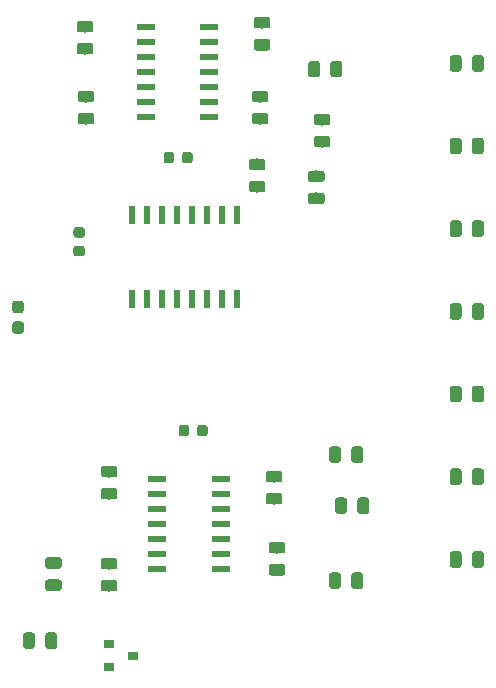
<source format=gbr>
G04 #@! TF.GenerationSoftware,KiCad,Pcbnew,6.0.0-rc1-unknown-46fddab~66~ubuntu16.04.1*
G04 #@! TF.CreationDate,2018-09-29T20:34:26+01:00*
G04 #@! TF.ProjectId,test,746573742E6B696361645F7063620000,rev?*
G04 #@! TF.SameCoordinates,Original*
G04 #@! TF.FileFunction,Paste,Bot*
G04 #@! TF.FilePolarity,Positive*
%FSLAX46Y46*%
G04 Gerber Fmt 4.6, Leading zero omitted, Abs format (unit mm)*
G04 Created by KiCad (PCBNEW 6.0.0-rc1-unknown-46fddab~66~ubuntu16.04.1) date Sat Sep 29 20:34:26 2018*
%MOMM*%
%LPD*%
G01*
G04 APERTURE LIST*
%ADD10C,0.100000*%
%ADD11C,0.975000*%
%ADD12C,0.875000*%
%ADD13R,0.900000X0.800000*%
%ADD14C,0.950000*%
%ADD15R,1.500000X0.600000*%
%ADD16R,0.600000X1.500000*%
G04 APERTURE END LIST*
D10*
G04 #@! TO.C,R37*
G36*
X185830142Y-54051174D02*
X185853803Y-54054684D01*
X185877007Y-54060496D01*
X185899529Y-54068554D01*
X185921153Y-54078782D01*
X185941670Y-54091079D01*
X185960883Y-54105329D01*
X185978607Y-54121393D01*
X185994671Y-54139117D01*
X186008921Y-54158330D01*
X186021218Y-54178847D01*
X186031446Y-54200471D01*
X186039504Y-54222993D01*
X186045316Y-54246197D01*
X186048826Y-54269858D01*
X186050000Y-54293750D01*
X186050000Y-55206250D01*
X186048826Y-55230142D01*
X186045316Y-55253803D01*
X186039504Y-55277007D01*
X186031446Y-55299529D01*
X186021218Y-55321153D01*
X186008921Y-55341670D01*
X185994671Y-55360883D01*
X185978607Y-55378607D01*
X185960883Y-55394671D01*
X185941670Y-55408921D01*
X185921153Y-55421218D01*
X185899529Y-55431446D01*
X185877007Y-55439504D01*
X185853803Y-55445316D01*
X185830142Y-55448826D01*
X185806250Y-55450000D01*
X185318750Y-55450000D01*
X185294858Y-55448826D01*
X185271197Y-55445316D01*
X185247993Y-55439504D01*
X185225471Y-55431446D01*
X185203847Y-55421218D01*
X185183330Y-55408921D01*
X185164117Y-55394671D01*
X185146393Y-55378607D01*
X185130329Y-55360883D01*
X185116079Y-55341670D01*
X185103782Y-55321153D01*
X185093554Y-55299529D01*
X185085496Y-55277007D01*
X185079684Y-55253803D01*
X185076174Y-55230142D01*
X185075000Y-55206250D01*
X185075000Y-54293750D01*
X185076174Y-54269858D01*
X185079684Y-54246197D01*
X185085496Y-54222993D01*
X185093554Y-54200471D01*
X185103782Y-54178847D01*
X185116079Y-54158330D01*
X185130329Y-54139117D01*
X185146393Y-54121393D01*
X185164117Y-54105329D01*
X185183330Y-54091079D01*
X185203847Y-54078782D01*
X185225471Y-54068554D01*
X185247993Y-54060496D01*
X185271197Y-54054684D01*
X185294858Y-54051174D01*
X185318750Y-54050000D01*
X185806250Y-54050000D01*
X185830142Y-54051174D01*
X185830142Y-54051174D01*
G37*
D11*
X185562500Y-54750000D03*
D10*
G36*
X187705142Y-54051174D02*
X187728803Y-54054684D01*
X187752007Y-54060496D01*
X187774529Y-54068554D01*
X187796153Y-54078782D01*
X187816670Y-54091079D01*
X187835883Y-54105329D01*
X187853607Y-54121393D01*
X187869671Y-54139117D01*
X187883921Y-54158330D01*
X187896218Y-54178847D01*
X187906446Y-54200471D01*
X187914504Y-54222993D01*
X187920316Y-54246197D01*
X187923826Y-54269858D01*
X187925000Y-54293750D01*
X187925000Y-55206250D01*
X187923826Y-55230142D01*
X187920316Y-55253803D01*
X187914504Y-55277007D01*
X187906446Y-55299529D01*
X187896218Y-55321153D01*
X187883921Y-55341670D01*
X187869671Y-55360883D01*
X187853607Y-55378607D01*
X187835883Y-55394671D01*
X187816670Y-55408921D01*
X187796153Y-55421218D01*
X187774529Y-55431446D01*
X187752007Y-55439504D01*
X187728803Y-55445316D01*
X187705142Y-55448826D01*
X187681250Y-55450000D01*
X187193750Y-55450000D01*
X187169858Y-55448826D01*
X187146197Y-55445316D01*
X187122993Y-55439504D01*
X187100471Y-55431446D01*
X187078847Y-55421218D01*
X187058330Y-55408921D01*
X187039117Y-55394671D01*
X187021393Y-55378607D01*
X187005329Y-55360883D01*
X186991079Y-55341670D01*
X186978782Y-55321153D01*
X186968554Y-55299529D01*
X186960496Y-55277007D01*
X186954684Y-55253803D01*
X186951174Y-55230142D01*
X186950000Y-55206250D01*
X186950000Y-54293750D01*
X186951174Y-54269858D01*
X186954684Y-54246197D01*
X186960496Y-54222993D01*
X186968554Y-54200471D01*
X186978782Y-54178847D01*
X186991079Y-54158330D01*
X187005329Y-54139117D01*
X187021393Y-54121393D01*
X187039117Y-54105329D01*
X187058330Y-54091079D01*
X187078847Y-54078782D01*
X187100471Y-54068554D01*
X187122993Y-54060496D01*
X187146197Y-54054684D01*
X187169858Y-54051174D01*
X187193750Y-54050000D01*
X187681250Y-54050000D01*
X187705142Y-54051174D01*
X187705142Y-54051174D01*
G37*
D11*
X187437500Y-54750000D03*
G04 #@! TD*
D10*
G04 #@! TO.C,C1*
G36*
X164349691Y-85378053D02*
X164370926Y-85381203D01*
X164391750Y-85386419D01*
X164411962Y-85393651D01*
X164431368Y-85402830D01*
X164449781Y-85413866D01*
X164467024Y-85426654D01*
X164482930Y-85441070D01*
X164497346Y-85456976D01*
X164510134Y-85474219D01*
X164521170Y-85492632D01*
X164530349Y-85512038D01*
X164537581Y-85532250D01*
X164542797Y-85553074D01*
X164545947Y-85574309D01*
X164547000Y-85595750D01*
X164547000Y-86108250D01*
X164545947Y-86129691D01*
X164542797Y-86150926D01*
X164537581Y-86171750D01*
X164530349Y-86191962D01*
X164521170Y-86211368D01*
X164510134Y-86229781D01*
X164497346Y-86247024D01*
X164482930Y-86262930D01*
X164467024Y-86277346D01*
X164449781Y-86290134D01*
X164431368Y-86301170D01*
X164411962Y-86310349D01*
X164391750Y-86317581D01*
X164370926Y-86322797D01*
X164349691Y-86325947D01*
X164328250Y-86327000D01*
X163890750Y-86327000D01*
X163869309Y-86325947D01*
X163848074Y-86322797D01*
X163827250Y-86317581D01*
X163807038Y-86310349D01*
X163787632Y-86301170D01*
X163769219Y-86290134D01*
X163751976Y-86277346D01*
X163736070Y-86262930D01*
X163721654Y-86247024D01*
X163708866Y-86229781D01*
X163697830Y-86211368D01*
X163688651Y-86191962D01*
X163681419Y-86171750D01*
X163676203Y-86150926D01*
X163673053Y-86129691D01*
X163672000Y-86108250D01*
X163672000Y-85595750D01*
X163673053Y-85574309D01*
X163676203Y-85553074D01*
X163681419Y-85532250D01*
X163688651Y-85512038D01*
X163697830Y-85492632D01*
X163708866Y-85474219D01*
X163721654Y-85456976D01*
X163736070Y-85441070D01*
X163751976Y-85426654D01*
X163769219Y-85413866D01*
X163787632Y-85402830D01*
X163807038Y-85393651D01*
X163827250Y-85386419D01*
X163848074Y-85381203D01*
X163869309Y-85378053D01*
X163890750Y-85377000D01*
X164328250Y-85377000D01*
X164349691Y-85378053D01*
X164349691Y-85378053D01*
G37*
D12*
X164109500Y-85852000D03*
D10*
G36*
X162774691Y-85378053D02*
X162795926Y-85381203D01*
X162816750Y-85386419D01*
X162836962Y-85393651D01*
X162856368Y-85402830D01*
X162874781Y-85413866D01*
X162892024Y-85426654D01*
X162907930Y-85441070D01*
X162922346Y-85456976D01*
X162935134Y-85474219D01*
X162946170Y-85492632D01*
X162955349Y-85512038D01*
X162962581Y-85532250D01*
X162967797Y-85553074D01*
X162970947Y-85574309D01*
X162972000Y-85595750D01*
X162972000Y-86108250D01*
X162970947Y-86129691D01*
X162967797Y-86150926D01*
X162962581Y-86171750D01*
X162955349Y-86191962D01*
X162946170Y-86211368D01*
X162935134Y-86229781D01*
X162922346Y-86247024D01*
X162907930Y-86262930D01*
X162892024Y-86277346D01*
X162874781Y-86290134D01*
X162856368Y-86301170D01*
X162836962Y-86310349D01*
X162816750Y-86317581D01*
X162795926Y-86322797D01*
X162774691Y-86325947D01*
X162753250Y-86327000D01*
X162315750Y-86327000D01*
X162294309Y-86325947D01*
X162273074Y-86322797D01*
X162252250Y-86317581D01*
X162232038Y-86310349D01*
X162212632Y-86301170D01*
X162194219Y-86290134D01*
X162176976Y-86277346D01*
X162161070Y-86262930D01*
X162146654Y-86247024D01*
X162133866Y-86229781D01*
X162122830Y-86211368D01*
X162113651Y-86191962D01*
X162106419Y-86171750D01*
X162101203Y-86150926D01*
X162098053Y-86129691D01*
X162097000Y-86108250D01*
X162097000Y-85595750D01*
X162098053Y-85574309D01*
X162101203Y-85553074D01*
X162106419Y-85532250D01*
X162113651Y-85512038D01*
X162122830Y-85492632D01*
X162133866Y-85474219D01*
X162146654Y-85456976D01*
X162161070Y-85441070D01*
X162176976Y-85426654D01*
X162194219Y-85413866D01*
X162212632Y-85402830D01*
X162232038Y-85393651D01*
X162252250Y-85386419D01*
X162273074Y-85381203D01*
X162294309Y-85378053D01*
X162315750Y-85377000D01*
X162753250Y-85377000D01*
X162774691Y-85378053D01*
X162774691Y-85378053D01*
G37*
D12*
X162534500Y-85852000D03*
G04 #@! TD*
D10*
G04 #@! TO.C,C2*
G36*
X153947691Y-70201053D02*
X153968926Y-70204203D01*
X153989750Y-70209419D01*
X154009962Y-70216651D01*
X154029368Y-70225830D01*
X154047781Y-70236866D01*
X154065024Y-70249654D01*
X154080930Y-70264070D01*
X154095346Y-70279976D01*
X154108134Y-70297219D01*
X154119170Y-70315632D01*
X154128349Y-70335038D01*
X154135581Y-70355250D01*
X154140797Y-70376074D01*
X154143947Y-70397309D01*
X154145000Y-70418750D01*
X154145000Y-70856250D01*
X154143947Y-70877691D01*
X154140797Y-70898926D01*
X154135581Y-70919750D01*
X154128349Y-70939962D01*
X154119170Y-70959368D01*
X154108134Y-70977781D01*
X154095346Y-70995024D01*
X154080930Y-71010930D01*
X154065024Y-71025346D01*
X154047781Y-71038134D01*
X154029368Y-71049170D01*
X154009962Y-71058349D01*
X153989750Y-71065581D01*
X153968926Y-71070797D01*
X153947691Y-71073947D01*
X153926250Y-71075000D01*
X153413750Y-71075000D01*
X153392309Y-71073947D01*
X153371074Y-71070797D01*
X153350250Y-71065581D01*
X153330038Y-71058349D01*
X153310632Y-71049170D01*
X153292219Y-71038134D01*
X153274976Y-71025346D01*
X153259070Y-71010930D01*
X153244654Y-70995024D01*
X153231866Y-70977781D01*
X153220830Y-70959368D01*
X153211651Y-70939962D01*
X153204419Y-70919750D01*
X153199203Y-70898926D01*
X153196053Y-70877691D01*
X153195000Y-70856250D01*
X153195000Y-70418750D01*
X153196053Y-70397309D01*
X153199203Y-70376074D01*
X153204419Y-70355250D01*
X153211651Y-70335038D01*
X153220830Y-70315632D01*
X153231866Y-70297219D01*
X153244654Y-70279976D01*
X153259070Y-70264070D01*
X153274976Y-70249654D01*
X153292219Y-70236866D01*
X153310632Y-70225830D01*
X153330038Y-70216651D01*
X153350250Y-70209419D01*
X153371074Y-70204203D01*
X153392309Y-70201053D01*
X153413750Y-70200000D01*
X153926250Y-70200000D01*
X153947691Y-70201053D01*
X153947691Y-70201053D01*
G37*
D12*
X153670000Y-70637500D03*
D10*
G36*
X153947691Y-68626053D02*
X153968926Y-68629203D01*
X153989750Y-68634419D01*
X154009962Y-68641651D01*
X154029368Y-68650830D01*
X154047781Y-68661866D01*
X154065024Y-68674654D01*
X154080930Y-68689070D01*
X154095346Y-68704976D01*
X154108134Y-68722219D01*
X154119170Y-68740632D01*
X154128349Y-68760038D01*
X154135581Y-68780250D01*
X154140797Y-68801074D01*
X154143947Y-68822309D01*
X154145000Y-68843750D01*
X154145000Y-69281250D01*
X154143947Y-69302691D01*
X154140797Y-69323926D01*
X154135581Y-69344750D01*
X154128349Y-69364962D01*
X154119170Y-69384368D01*
X154108134Y-69402781D01*
X154095346Y-69420024D01*
X154080930Y-69435930D01*
X154065024Y-69450346D01*
X154047781Y-69463134D01*
X154029368Y-69474170D01*
X154009962Y-69483349D01*
X153989750Y-69490581D01*
X153968926Y-69495797D01*
X153947691Y-69498947D01*
X153926250Y-69500000D01*
X153413750Y-69500000D01*
X153392309Y-69498947D01*
X153371074Y-69495797D01*
X153350250Y-69490581D01*
X153330038Y-69483349D01*
X153310632Y-69474170D01*
X153292219Y-69463134D01*
X153274976Y-69450346D01*
X153259070Y-69435930D01*
X153244654Y-69420024D01*
X153231866Y-69402781D01*
X153220830Y-69384368D01*
X153211651Y-69364962D01*
X153204419Y-69344750D01*
X153199203Y-69323926D01*
X153196053Y-69302691D01*
X153195000Y-69281250D01*
X153195000Y-68843750D01*
X153196053Y-68822309D01*
X153199203Y-68801074D01*
X153204419Y-68780250D01*
X153211651Y-68760038D01*
X153220830Y-68740632D01*
X153231866Y-68722219D01*
X153244654Y-68704976D01*
X153259070Y-68689070D01*
X153274976Y-68674654D01*
X153292219Y-68661866D01*
X153310632Y-68650830D01*
X153330038Y-68641651D01*
X153350250Y-68634419D01*
X153371074Y-68629203D01*
X153392309Y-68626053D01*
X153413750Y-68625000D01*
X153926250Y-68625000D01*
X153947691Y-68626053D01*
X153947691Y-68626053D01*
G37*
D12*
X153670000Y-69062500D03*
G04 #@! TD*
D10*
G04 #@! TO.C,C3*
G36*
X161504691Y-62264053D02*
X161525926Y-62267203D01*
X161546750Y-62272419D01*
X161566962Y-62279651D01*
X161586368Y-62288830D01*
X161604781Y-62299866D01*
X161622024Y-62312654D01*
X161637930Y-62327070D01*
X161652346Y-62342976D01*
X161665134Y-62360219D01*
X161676170Y-62378632D01*
X161685349Y-62398038D01*
X161692581Y-62418250D01*
X161697797Y-62439074D01*
X161700947Y-62460309D01*
X161702000Y-62481750D01*
X161702000Y-62994250D01*
X161700947Y-63015691D01*
X161697797Y-63036926D01*
X161692581Y-63057750D01*
X161685349Y-63077962D01*
X161676170Y-63097368D01*
X161665134Y-63115781D01*
X161652346Y-63133024D01*
X161637930Y-63148930D01*
X161622024Y-63163346D01*
X161604781Y-63176134D01*
X161586368Y-63187170D01*
X161566962Y-63196349D01*
X161546750Y-63203581D01*
X161525926Y-63208797D01*
X161504691Y-63211947D01*
X161483250Y-63213000D01*
X161045750Y-63213000D01*
X161024309Y-63211947D01*
X161003074Y-63208797D01*
X160982250Y-63203581D01*
X160962038Y-63196349D01*
X160942632Y-63187170D01*
X160924219Y-63176134D01*
X160906976Y-63163346D01*
X160891070Y-63148930D01*
X160876654Y-63133024D01*
X160863866Y-63115781D01*
X160852830Y-63097368D01*
X160843651Y-63077962D01*
X160836419Y-63057750D01*
X160831203Y-63036926D01*
X160828053Y-63015691D01*
X160827000Y-62994250D01*
X160827000Y-62481750D01*
X160828053Y-62460309D01*
X160831203Y-62439074D01*
X160836419Y-62418250D01*
X160843651Y-62398038D01*
X160852830Y-62378632D01*
X160863866Y-62360219D01*
X160876654Y-62342976D01*
X160891070Y-62327070D01*
X160906976Y-62312654D01*
X160924219Y-62299866D01*
X160942632Y-62288830D01*
X160962038Y-62279651D01*
X160982250Y-62272419D01*
X161003074Y-62267203D01*
X161024309Y-62264053D01*
X161045750Y-62263000D01*
X161483250Y-62263000D01*
X161504691Y-62264053D01*
X161504691Y-62264053D01*
G37*
D12*
X161264500Y-62738000D03*
D10*
G36*
X163079691Y-62264053D02*
X163100926Y-62267203D01*
X163121750Y-62272419D01*
X163141962Y-62279651D01*
X163161368Y-62288830D01*
X163179781Y-62299866D01*
X163197024Y-62312654D01*
X163212930Y-62327070D01*
X163227346Y-62342976D01*
X163240134Y-62360219D01*
X163251170Y-62378632D01*
X163260349Y-62398038D01*
X163267581Y-62418250D01*
X163272797Y-62439074D01*
X163275947Y-62460309D01*
X163277000Y-62481750D01*
X163277000Y-62994250D01*
X163275947Y-63015691D01*
X163272797Y-63036926D01*
X163267581Y-63057750D01*
X163260349Y-63077962D01*
X163251170Y-63097368D01*
X163240134Y-63115781D01*
X163227346Y-63133024D01*
X163212930Y-63148930D01*
X163197024Y-63163346D01*
X163179781Y-63176134D01*
X163161368Y-63187170D01*
X163141962Y-63196349D01*
X163121750Y-63203581D01*
X163100926Y-63208797D01*
X163079691Y-63211947D01*
X163058250Y-63213000D01*
X162620750Y-63213000D01*
X162599309Y-63211947D01*
X162578074Y-63208797D01*
X162557250Y-63203581D01*
X162537038Y-63196349D01*
X162517632Y-63187170D01*
X162499219Y-63176134D01*
X162481976Y-63163346D01*
X162466070Y-63148930D01*
X162451654Y-63133024D01*
X162438866Y-63115781D01*
X162427830Y-63097368D01*
X162418651Y-63077962D01*
X162411419Y-63057750D01*
X162406203Y-63036926D01*
X162403053Y-63015691D01*
X162402000Y-62994250D01*
X162402000Y-62481750D01*
X162403053Y-62460309D01*
X162406203Y-62439074D01*
X162411419Y-62418250D01*
X162418651Y-62398038D01*
X162427830Y-62378632D01*
X162438866Y-62360219D01*
X162451654Y-62342976D01*
X162466070Y-62327070D01*
X162481976Y-62312654D01*
X162499219Y-62299866D01*
X162517632Y-62288830D01*
X162537038Y-62279651D01*
X162557250Y-62272419D01*
X162578074Y-62267203D01*
X162599309Y-62264053D01*
X162620750Y-62263000D01*
X163058250Y-62263000D01*
X163079691Y-62264053D01*
X163079691Y-62264053D01*
G37*
D12*
X162839500Y-62738000D03*
G04 #@! TD*
D13*
G04 #@! TO.C,D1*
X156226000Y-105852000D03*
X156226000Y-103952000D03*
X158226000Y-104902000D03*
G04 #@! TD*
D10*
G04 #@! TO.C,R1*
G36*
X151573142Y-102933174D02*
X151596803Y-102936684D01*
X151620007Y-102942496D01*
X151642529Y-102950554D01*
X151664153Y-102960782D01*
X151684670Y-102973079D01*
X151703883Y-102987329D01*
X151721607Y-103003393D01*
X151737671Y-103021117D01*
X151751921Y-103040330D01*
X151764218Y-103060847D01*
X151774446Y-103082471D01*
X151782504Y-103104993D01*
X151788316Y-103128197D01*
X151791826Y-103151858D01*
X151793000Y-103175750D01*
X151793000Y-104088250D01*
X151791826Y-104112142D01*
X151788316Y-104135803D01*
X151782504Y-104159007D01*
X151774446Y-104181529D01*
X151764218Y-104203153D01*
X151751921Y-104223670D01*
X151737671Y-104242883D01*
X151721607Y-104260607D01*
X151703883Y-104276671D01*
X151684670Y-104290921D01*
X151664153Y-104303218D01*
X151642529Y-104313446D01*
X151620007Y-104321504D01*
X151596803Y-104327316D01*
X151573142Y-104330826D01*
X151549250Y-104332000D01*
X151061750Y-104332000D01*
X151037858Y-104330826D01*
X151014197Y-104327316D01*
X150990993Y-104321504D01*
X150968471Y-104313446D01*
X150946847Y-104303218D01*
X150926330Y-104290921D01*
X150907117Y-104276671D01*
X150889393Y-104260607D01*
X150873329Y-104242883D01*
X150859079Y-104223670D01*
X150846782Y-104203153D01*
X150836554Y-104181529D01*
X150828496Y-104159007D01*
X150822684Y-104135803D01*
X150819174Y-104112142D01*
X150818000Y-104088250D01*
X150818000Y-103175750D01*
X150819174Y-103151858D01*
X150822684Y-103128197D01*
X150828496Y-103104993D01*
X150836554Y-103082471D01*
X150846782Y-103060847D01*
X150859079Y-103040330D01*
X150873329Y-103021117D01*
X150889393Y-103003393D01*
X150907117Y-102987329D01*
X150926330Y-102973079D01*
X150946847Y-102960782D01*
X150968471Y-102950554D01*
X150990993Y-102942496D01*
X151014197Y-102936684D01*
X151037858Y-102933174D01*
X151061750Y-102932000D01*
X151549250Y-102932000D01*
X151573142Y-102933174D01*
X151573142Y-102933174D01*
G37*
D11*
X151305500Y-103632000D03*
D10*
G36*
X149698142Y-102933174D02*
X149721803Y-102936684D01*
X149745007Y-102942496D01*
X149767529Y-102950554D01*
X149789153Y-102960782D01*
X149809670Y-102973079D01*
X149828883Y-102987329D01*
X149846607Y-103003393D01*
X149862671Y-103021117D01*
X149876921Y-103040330D01*
X149889218Y-103060847D01*
X149899446Y-103082471D01*
X149907504Y-103104993D01*
X149913316Y-103128197D01*
X149916826Y-103151858D01*
X149918000Y-103175750D01*
X149918000Y-104088250D01*
X149916826Y-104112142D01*
X149913316Y-104135803D01*
X149907504Y-104159007D01*
X149899446Y-104181529D01*
X149889218Y-104203153D01*
X149876921Y-104223670D01*
X149862671Y-104242883D01*
X149846607Y-104260607D01*
X149828883Y-104276671D01*
X149809670Y-104290921D01*
X149789153Y-104303218D01*
X149767529Y-104313446D01*
X149745007Y-104321504D01*
X149721803Y-104327316D01*
X149698142Y-104330826D01*
X149674250Y-104332000D01*
X149186750Y-104332000D01*
X149162858Y-104330826D01*
X149139197Y-104327316D01*
X149115993Y-104321504D01*
X149093471Y-104313446D01*
X149071847Y-104303218D01*
X149051330Y-104290921D01*
X149032117Y-104276671D01*
X149014393Y-104260607D01*
X148998329Y-104242883D01*
X148984079Y-104223670D01*
X148971782Y-104203153D01*
X148961554Y-104181529D01*
X148953496Y-104159007D01*
X148947684Y-104135803D01*
X148944174Y-104112142D01*
X148943000Y-104088250D01*
X148943000Y-103175750D01*
X148944174Y-103151858D01*
X148947684Y-103128197D01*
X148953496Y-103104993D01*
X148961554Y-103082471D01*
X148971782Y-103060847D01*
X148984079Y-103040330D01*
X148998329Y-103021117D01*
X149014393Y-103003393D01*
X149032117Y-102987329D01*
X149051330Y-102973079D01*
X149071847Y-102960782D01*
X149093471Y-102950554D01*
X149115993Y-102942496D01*
X149139197Y-102936684D01*
X149162858Y-102933174D01*
X149186750Y-102932000D01*
X149674250Y-102932000D01*
X149698142Y-102933174D01*
X149698142Y-102933174D01*
G37*
D11*
X149430500Y-103632000D03*
G04 #@! TD*
D10*
G04 #@! TO.C,R2*
G36*
X151980142Y-98451174D02*
X152003803Y-98454684D01*
X152027007Y-98460496D01*
X152049529Y-98468554D01*
X152071153Y-98478782D01*
X152091670Y-98491079D01*
X152110883Y-98505329D01*
X152128607Y-98521393D01*
X152144671Y-98539117D01*
X152158921Y-98558330D01*
X152171218Y-98578847D01*
X152181446Y-98600471D01*
X152189504Y-98622993D01*
X152195316Y-98646197D01*
X152198826Y-98669858D01*
X152200000Y-98693750D01*
X152200000Y-99181250D01*
X152198826Y-99205142D01*
X152195316Y-99228803D01*
X152189504Y-99252007D01*
X152181446Y-99274529D01*
X152171218Y-99296153D01*
X152158921Y-99316670D01*
X152144671Y-99335883D01*
X152128607Y-99353607D01*
X152110883Y-99369671D01*
X152091670Y-99383921D01*
X152071153Y-99396218D01*
X152049529Y-99406446D01*
X152027007Y-99414504D01*
X152003803Y-99420316D01*
X151980142Y-99423826D01*
X151956250Y-99425000D01*
X151043750Y-99425000D01*
X151019858Y-99423826D01*
X150996197Y-99420316D01*
X150972993Y-99414504D01*
X150950471Y-99406446D01*
X150928847Y-99396218D01*
X150908330Y-99383921D01*
X150889117Y-99369671D01*
X150871393Y-99353607D01*
X150855329Y-99335883D01*
X150841079Y-99316670D01*
X150828782Y-99296153D01*
X150818554Y-99274529D01*
X150810496Y-99252007D01*
X150804684Y-99228803D01*
X150801174Y-99205142D01*
X150800000Y-99181250D01*
X150800000Y-98693750D01*
X150801174Y-98669858D01*
X150804684Y-98646197D01*
X150810496Y-98622993D01*
X150818554Y-98600471D01*
X150828782Y-98578847D01*
X150841079Y-98558330D01*
X150855329Y-98539117D01*
X150871393Y-98521393D01*
X150889117Y-98505329D01*
X150908330Y-98491079D01*
X150928847Y-98478782D01*
X150950471Y-98468554D01*
X150972993Y-98460496D01*
X150996197Y-98454684D01*
X151019858Y-98451174D01*
X151043750Y-98450000D01*
X151956250Y-98450000D01*
X151980142Y-98451174D01*
X151980142Y-98451174D01*
G37*
D11*
X151500000Y-98937500D03*
D10*
G36*
X151980142Y-96576174D02*
X152003803Y-96579684D01*
X152027007Y-96585496D01*
X152049529Y-96593554D01*
X152071153Y-96603782D01*
X152091670Y-96616079D01*
X152110883Y-96630329D01*
X152128607Y-96646393D01*
X152144671Y-96664117D01*
X152158921Y-96683330D01*
X152171218Y-96703847D01*
X152181446Y-96725471D01*
X152189504Y-96747993D01*
X152195316Y-96771197D01*
X152198826Y-96794858D01*
X152200000Y-96818750D01*
X152200000Y-97306250D01*
X152198826Y-97330142D01*
X152195316Y-97353803D01*
X152189504Y-97377007D01*
X152181446Y-97399529D01*
X152171218Y-97421153D01*
X152158921Y-97441670D01*
X152144671Y-97460883D01*
X152128607Y-97478607D01*
X152110883Y-97494671D01*
X152091670Y-97508921D01*
X152071153Y-97521218D01*
X152049529Y-97531446D01*
X152027007Y-97539504D01*
X152003803Y-97545316D01*
X151980142Y-97548826D01*
X151956250Y-97550000D01*
X151043750Y-97550000D01*
X151019858Y-97548826D01*
X150996197Y-97545316D01*
X150972993Y-97539504D01*
X150950471Y-97531446D01*
X150928847Y-97521218D01*
X150908330Y-97508921D01*
X150889117Y-97494671D01*
X150871393Y-97478607D01*
X150855329Y-97460883D01*
X150841079Y-97441670D01*
X150828782Y-97421153D01*
X150818554Y-97399529D01*
X150810496Y-97377007D01*
X150804684Y-97353803D01*
X150801174Y-97330142D01*
X150800000Y-97306250D01*
X150800000Y-96818750D01*
X150801174Y-96794858D01*
X150804684Y-96771197D01*
X150810496Y-96747993D01*
X150818554Y-96725471D01*
X150828782Y-96703847D01*
X150841079Y-96683330D01*
X150855329Y-96664117D01*
X150871393Y-96646393D01*
X150889117Y-96630329D01*
X150908330Y-96616079D01*
X150928847Y-96603782D01*
X150950471Y-96593554D01*
X150972993Y-96585496D01*
X150996197Y-96579684D01*
X151019858Y-96576174D01*
X151043750Y-96575000D01*
X151956250Y-96575000D01*
X151980142Y-96576174D01*
X151980142Y-96576174D01*
G37*
D11*
X151500000Y-97062500D03*
G04 #@! TD*
D10*
G04 #@! TO.C,R3*
G36*
X156690142Y-96620174D02*
X156713803Y-96623684D01*
X156737007Y-96629496D01*
X156759529Y-96637554D01*
X156781153Y-96647782D01*
X156801670Y-96660079D01*
X156820883Y-96674329D01*
X156838607Y-96690393D01*
X156854671Y-96708117D01*
X156868921Y-96727330D01*
X156881218Y-96747847D01*
X156891446Y-96769471D01*
X156899504Y-96791993D01*
X156905316Y-96815197D01*
X156908826Y-96838858D01*
X156910000Y-96862750D01*
X156910000Y-97350250D01*
X156908826Y-97374142D01*
X156905316Y-97397803D01*
X156899504Y-97421007D01*
X156891446Y-97443529D01*
X156881218Y-97465153D01*
X156868921Y-97485670D01*
X156854671Y-97504883D01*
X156838607Y-97522607D01*
X156820883Y-97538671D01*
X156801670Y-97552921D01*
X156781153Y-97565218D01*
X156759529Y-97575446D01*
X156737007Y-97583504D01*
X156713803Y-97589316D01*
X156690142Y-97592826D01*
X156666250Y-97594000D01*
X155753750Y-97594000D01*
X155729858Y-97592826D01*
X155706197Y-97589316D01*
X155682993Y-97583504D01*
X155660471Y-97575446D01*
X155638847Y-97565218D01*
X155618330Y-97552921D01*
X155599117Y-97538671D01*
X155581393Y-97522607D01*
X155565329Y-97504883D01*
X155551079Y-97485670D01*
X155538782Y-97465153D01*
X155528554Y-97443529D01*
X155520496Y-97421007D01*
X155514684Y-97397803D01*
X155511174Y-97374142D01*
X155510000Y-97350250D01*
X155510000Y-96862750D01*
X155511174Y-96838858D01*
X155514684Y-96815197D01*
X155520496Y-96791993D01*
X155528554Y-96769471D01*
X155538782Y-96747847D01*
X155551079Y-96727330D01*
X155565329Y-96708117D01*
X155581393Y-96690393D01*
X155599117Y-96674329D01*
X155618330Y-96660079D01*
X155638847Y-96647782D01*
X155660471Y-96637554D01*
X155682993Y-96629496D01*
X155706197Y-96623684D01*
X155729858Y-96620174D01*
X155753750Y-96619000D01*
X156666250Y-96619000D01*
X156690142Y-96620174D01*
X156690142Y-96620174D01*
G37*
D11*
X156210000Y-97106500D03*
D10*
G36*
X156690142Y-98495174D02*
X156713803Y-98498684D01*
X156737007Y-98504496D01*
X156759529Y-98512554D01*
X156781153Y-98522782D01*
X156801670Y-98535079D01*
X156820883Y-98549329D01*
X156838607Y-98565393D01*
X156854671Y-98583117D01*
X156868921Y-98602330D01*
X156881218Y-98622847D01*
X156891446Y-98644471D01*
X156899504Y-98666993D01*
X156905316Y-98690197D01*
X156908826Y-98713858D01*
X156910000Y-98737750D01*
X156910000Y-99225250D01*
X156908826Y-99249142D01*
X156905316Y-99272803D01*
X156899504Y-99296007D01*
X156891446Y-99318529D01*
X156881218Y-99340153D01*
X156868921Y-99360670D01*
X156854671Y-99379883D01*
X156838607Y-99397607D01*
X156820883Y-99413671D01*
X156801670Y-99427921D01*
X156781153Y-99440218D01*
X156759529Y-99450446D01*
X156737007Y-99458504D01*
X156713803Y-99464316D01*
X156690142Y-99467826D01*
X156666250Y-99469000D01*
X155753750Y-99469000D01*
X155729858Y-99467826D01*
X155706197Y-99464316D01*
X155682993Y-99458504D01*
X155660471Y-99450446D01*
X155638847Y-99440218D01*
X155618330Y-99427921D01*
X155599117Y-99413671D01*
X155581393Y-99397607D01*
X155565329Y-99379883D01*
X155551079Y-99360670D01*
X155538782Y-99340153D01*
X155528554Y-99318529D01*
X155520496Y-99296007D01*
X155514684Y-99272803D01*
X155511174Y-99249142D01*
X155510000Y-99225250D01*
X155510000Y-98737750D01*
X155511174Y-98713858D01*
X155514684Y-98690197D01*
X155520496Y-98666993D01*
X155528554Y-98644471D01*
X155538782Y-98622847D01*
X155551079Y-98602330D01*
X155565329Y-98583117D01*
X155581393Y-98565393D01*
X155599117Y-98549329D01*
X155618330Y-98535079D01*
X155638847Y-98522782D01*
X155660471Y-98512554D01*
X155682993Y-98504496D01*
X155706197Y-98498684D01*
X155729858Y-98495174D01*
X155753750Y-98494000D01*
X156666250Y-98494000D01*
X156690142Y-98495174D01*
X156690142Y-98495174D01*
G37*
D11*
X156210000Y-98981500D03*
G04 #@! TD*
D10*
G04 #@! TO.C,R4*
G36*
X154730142Y-57076174D02*
X154753803Y-57079684D01*
X154777007Y-57085496D01*
X154799529Y-57093554D01*
X154821153Y-57103782D01*
X154841670Y-57116079D01*
X154860883Y-57130329D01*
X154878607Y-57146393D01*
X154894671Y-57164117D01*
X154908921Y-57183330D01*
X154921218Y-57203847D01*
X154931446Y-57225471D01*
X154939504Y-57247993D01*
X154945316Y-57271197D01*
X154948826Y-57294858D01*
X154950000Y-57318750D01*
X154950000Y-57806250D01*
X154948826Y-57830142D01*
X154945316Y-57853803D01*
X154939504Y-57877007D01*
X154931446Y-57899529D01*
X154921218Y-57921153D01*
X154908921Y-57941670D01*
X154894671Y-57960883D01*
X154878607Y-57978607D01*
X154860883Y-57994671D01*
X154841670Y-58008921D01*
X154821153Y-58021218D01*
X154799529Y-58031446D01*
X154777007Y-58039504D01*
X154753803Y-58045316D01*
X154730142Y-58048826D01*
X154706250Y-58050000D01*
X153793750Y-58050000D01*
X153769858Y-58048826D01*
X153746197Y-58045316D01*
X153722993Y-58039504D01*
X153700471Y-58031446D01*
X153678847Y-58021218D01*
X153658330Y-58008921D01*
X153639117Y-57994671D01*
X153621393Y-57978607D01*
X153605329Y-57960883D01*
X153591079Y-57941670D01*
X153578782Y-57921153D01*
X153568554Y-57899529D01*
X153560496Y-57877007D01*
X153554684Y-57853803D01*
X153551174Y-57830142D01*
X153550000Y-57806250D01*
X153550000Y-57318750D01*
X153551174Y-57294858D01*
X153554684Y-57271197D01*
X153560496Y-57247993D01*
X153568554Y-57225471D01*
X153578782Y-57203847D01*
X153591079Y-57183330D01*
X153605329Y-57164117D01*
X153621393Y-57146393D01*
X153639117Y-57130329D01*
X153658330Y-57116079D01*
X153678847Y-57103782D01*
X153700471Y-57093554D01*
X153722993Y-57085496D01*
X153746197Y-57079684D01*
X153769858Y-57076174D01*
X153793750Y-57075000D01*
X154706250Y-57075000D01*
X154730142Y-57076174D01*
X154730142Y-57076174D01*
G37*
D11*
X154250000Y-57562500D03*
D10*
G36*
X154730142Y-58951174D02*
X154753803Y-58954684D01*
X154777007Y-58960496D01*
X154799529Y-58968554D01*
X154821153Y-58978782D01*
X154841670Y-58991079D01*
X154860883Y-59005329D01*
X154878607Y-59021393D01*
X154894671Y-59039117D01*
X154908921Y-59058330D01*
X154921218Y-59078847D01*
X154931446Y-59100471D01*
X154939504Y-59122993D01*
X154945316Y-59146197D01*
X154948826Y-59169858D01*
X154950000Y-59193750D01*
X154950000Y-59681250D01*
X154948826Y-59705142D01*
X154945316Y-59728803D01*
X154939504Y-59752007D01*
X154931446Y-59774529D01*
X154921218Y-59796153D01*
X154908921Y-59816670D01*
X154894671Y-59835883D01*
X154878607Y-59853607D01*
X154860883Y-59869671D01*
X154841670Y-59883921D01*
X154821153Y-59896218D01*
X154799529Y-59906446D01*
X154777007Y-59914504D01*
X154753803Y-59920316D01*
X154730142Y-59923826D01*
X154706250Y-59925000D01*
X153793750Y-59925000D01*
X153769858Y-59923826D01*
X153746197Y-59920316D01*
X153722993Y-59914504D01*
X153700471Y-59906446D01*
X153678847Y-59896218D01*
X153658330Y-59883921D01*
X153639117Y-59869671D01*
X153621393Y-59853607D01*
X153605329Y-59835883D01*
X153591079Y-59816670D01*
X153578782Y-59796153D01*
X153568554Y-59774529D01*
X153560496Y-59752007D01*
X153554684Y-59728803D01*
X153551174Y-59705142D01*
X153550000Y-59681250D01*
X153550000Y-59193750D01*
X153551174Y-59169858D01*
X153554684Y-59146197D01*
X153560496Y-59122993D01*
X153568554Y-59100471D01*
X153578782Y-59078847D01*
X153591079Y-59058330D01*
X153605329Y-59039117D01*
X153621393Y-59021393D01*
X153639117Y-59005329D01*
X153658330Y-58991079D01*
X153678847Y-58978782D01*
X153700471Y-58968554D01*
X153722993Y-58960496D01*
X153746197Y-58954684D01*
X153769858Y-58951174D01*
X153793750Y-58950000D01*
X154706250Y-58950000D01*
X154730142Y-58951174D01*
X154730142Y-58951174D01*
G37*
D11*
X154250000Y-59437500D03*
G04 #@! TD*
D10*
G04 #@! TO.C,R5*
G36*
X156690142Y-90699674D02*
X156713803Y-90703184D01*
X156737007Y-90708996D01*
X156759529Y-90717054D01*
X156781153Y-90727282D01*
X156801670Y-90739579D01*
X156820883Y-90753829D01*
X156838607Y-90769893D01*
X156854671Y-90787617D01*
X156868921Y-90806830D01*
X156881218Y-90827347D01*
X156891446Y-90848971D01*
X156899504Y-90871493D01*
X156905316Y-90894697D01*
X156908826Y-90918358D01*
X156910000Y-90942250D01*
X156910000Y-91429750D01*
X156908826Y-91453642D01*
X156905316Y-91477303D01*
X156899504Y-91500507D01*
X156891446Y-91523029D01*
X156881218Y-91544653D01*
X156868921Y-91565170D01*
X156854671Y-91584383D01*
X156838607Y-91602107D01*
X156820883Y-91618171D01*
X156801670Y-91632421D01*
X156781153Y-91644718D01*
X156759529Y-91654946D01*
X156737007Y-91663004D01*
X156713803Y-91668816D01*
X156690142Y-91672326D01*
X156666250Y-91673500D01*
X155753750Y-91673500D01*
X155729858Y-91672326D01*
X155706197Y-91668816D01*
X155682993Y-91663004D01*
X155660471Y-91654946D01*
X155638847Y-91644718D01*
X155618330Y-91632421D01*
X155599117Y-91618171D01*
X155581393Y-91602107D01*
X155565329Y-91584383D01*
X155551079Y-91565170D01*
X155538782Y-91544653D01*
X155528554Y-91523029D01*
X155520496Y-91500507D01*
X155514684Y-91477303D01*
X155511174Y-91453642D01*
X155510000Y-91429750D01*
X155510000Y-90942250D01*
X155511174Y-90918358D01*
X155514684Y-90894697D01*
X155520496Y-90871493D01*
X155528554Y-90848971D01*
X155538782Y-90827347D01*
X155551079Y-90806830D01*
X155565329Y-90787617D01*
X155581393Y-90769893D01*
X155599117Y-90753829D01*
X155618330Y-90739579D01*
X155638847Y-90727282D01*
X155660471Y-90717054D01*
X155682993Y-90708996D01*
X155706197Y-90703184D01*
X155729858Y-90699674D01*
X155753750Y-90698500D01*
X156666250Y-90698500D01*
X156690142Y-90699674D01*
X156690142Y-90699674D01*
G37*
D11*
X156210000Y-91186000D03*
D10*
G36*
X156690142Y-88824674D02*
X156713803Y-88828184D01*
X156737007Y-88833996D01*
X156759529Y-88842054D01*
X156781153Y-88852282D01*
X156801670Y-88864579D01*
X156820883Y-88878829D01*
X156838607Y-88894893D01*
X156854671Y-88912617D01*
X156868921Y-88931830D01*
X156881218Y-88952347D01*
X156891446Y-88973971D01*
X156899504Y-88996493D01*
X156905316Y-89019697D01*
X156908826Y-89043358D01*
X156910000Y-89067250D01*
X156910000Y-89554750D01*
X156908826Y-89578642D01*
X156905316Y-89602303D01*
X156899504Y-89625507D01*
X156891446Y-89648029D01*
X156881218Y-89669653D01*
X156868921Y-89690170D01*
X156854671Y-89709383D01*
X156838607Y-89727107D01*
X156820883Y-89743171D01*
X156801670Y-89757421D01*
X156781153Y-89769718D01*
X156759529Y-89779946D01*
X156737007Y-89788004D01*
X156713803Y-89793816D01*
X156690142Y-89797326D01*
X156666250Y-89798500D01*
X155753750Y-89798500D01*
X155729858Y-89797326D01*
X155706197Y-89793816D01*
X155682993Y-89788004D01*
X155660471Y-89779946D01*
X155638847Y-89769718D01*
X155618330Y-89757421D01*
X155599117Y-89743171D01*
X155581393Y-89727107D01*
X155565329Y-89709383D01*
X155551079Y-89690170D01*
X155538782Y-89669653D01*
X155528554Y-89648029D01*
X155520496Y-89625507D01*
X155514684Y-89602303D01*
X155511174Y-89578642D01*
X155510000Y-89554750D01*
X155510000Y-89067250D01*
X155511174Y-89043358D01*
X155514684Y-89019697D01*
X155520496Y-88996493D01*
X155528554Y-88973971D01*
X155538782Y-88952347D01*
X155551079Y-88931830D01*
X155565329Y-88912617D01*
X155581393Y-88894893D01*
X155599117Y-88878829D01*
X155618330Y-88864579D01*
X155638847Y-88852282D01*
X155660471Y-88842054D01*
X155682993Y-88833996D01*
X155706197Y-88828184D01*
X155729858Y-88824674D01*
X155753750Y-88823500D01*
X156666250Y-88823500D01*
X156690142Y-88824674D01*
X156690142Y-88824674D01*
G37*
D11*
X156210000Y-89311000D03*
G04 #@! TD*
D10*
G04 #@! TO.C,R6*
G36*
X170660142Y-89254174D02*
X170683803Y-89257684D01*
X170707007Y-89263496D01*
X170729529Y-89271554D01*
X170751153Y-89281782D01*
X170771670Y-89294079D01*
X170790883Y-89308329D01*
X170808607Y-89324393D01*
X170824671Y-89342117D01*
X170838921Y-89361330D01*
X170851218Y-89381847D01*
X170861446Y-89403471D01*
X170869504Y-89425993D01*
X170875316Y-89449197D01*
X170878826Y-89472858D01*
X170880000Y-89496750D01*
X170880000Y-89984250D01*
X170878826Y-90008142D01*
X170875316Y-90031803D01*
X170869504Y-90055007D01*
X170861446Y-90077529D01*
X170851218Y-90099153D01*
X170838921Y-90119670D01*
X170824671Y-90138883D01*
X170808607Y-90156607D01*
X170790883Y-90172671D01*
X170771670Y-90186921D01*
X170751153Y-90199218D01*
X170729529Y-90209446D01*
X170707007Y-90217504D01*
X170683803Y-90223316D01*
X170660142Y-90226826D01*
X170636250Y-90228000D01*
X169723750Y-90228000D01*
X169699858Y-90226826D01*
X169676197Y-90223316D01*
X169652993Y-90217504D01*
X169630471Y-90209446D01*
X169608847Y-90199218D01*
X169588330Y-90186921D01*
X169569117Y-90172671D01*
X169551393Y-90156607D01*
X169535329Y-90138883D01*
X169521079Y-90119670D01*
X169508782Y-90099153D01*
X169498554Y-90077529D01*
X169490496Y-90055007D01*
X169484684Y-90031803D01*
X169481174Y-90008142D01*
X169480000Y-89984250D01*
X169480000Y-89496750D01*
X169481174Y-89472858D01*
X169484684Y-89449197D01*
X169490496Y-89425993D01*
X169498554Y-89403471D01*
X169508782Y-89381847D01*
X169521079Y-89361330D01*
X169535329Y-89342117D01*
X169551393Y-89324393D01*
X169569117Y-89308329D01*
X169588330Y-89294079D01*
X169608847Y-89281782D01*
X169630471Y-89271554D01*
X169652993Y-89263496D01*
X169676197Y-89257684D01*
X169699858Y-89254174D01*
X169723750Y-89253000D01*
X170636250Y-89253000D01*
X170660142Y-89254174D01*
X170660142Y-89254174D01*
G37*
D11*
X170180000Y-89740500D03*
D10*
G36*
X170660142Y-91129174D02*
X170683803Y-91132684D01*
X170707007Y-91138496D01*
X170729529Y-91146554D01*
X170751153Y-91156782D01*
X170771670Y-91169079D01*
X170790883Y-91183329D01*
X170808607Y-91199393D01*
X170824671Y-91217117D01*
X170838921Y-91236330D01*
X170851218Y-91256847D01*
X170861446Y-91278471D01*
X170869504Y-91300993D01*
X170875316Y-91324197D01*
X170878826Y-91347858D01*
X170880000Y-91371750D01*
X170880000Y-91859250D01*
X170878826Y-91883142D01*
X170875316Y-91906803D01*
X170869504Y-91930007D01*
X170861446Y-91952529D01*
X170851218Y-91974153D01*
X170838921Y-91994670D01*
X170824671Y-92013883D01*
X170808607Y-92031607D01*
X170790883Y-92047671D01*
X170771670Y-92061921D01*
X170751153Y-92074218D01*
X170729529Y-92084446D01*
X170707007Y-92092504D01*
X170683803Y-92098316D01*
X170660142Y-92101826D01*
X170636250Y-92103000D01*
X169723750Y-92103000D01*
X169699858Y-92101826D01*
X169676197Y-92098316D01*
X169652993Y-92092504D01*
X169630471Y-92084446D01*
X169608847Y-92074218D01*
X169588330Y-92061921D01*
X169569117Y-92047671D01*
X169551393Y-92031607D01*
X169535329Y-92013883D01*
X169521079Y-91994670D01*
X169508782Y-91974153D01*
X169498554Y-91952529D01*
X169490496Y-91930007D01*
X169484684Y-91906803D01*
X169481174Y-91883142D01*
X169480000Y-91859250D01*
X169480000Y-91371750D01*
X169481174Y-91347858D01*
X169484684Y-91324197D01*
X169490496Y-91300993D01*
X169498554Y-91278471D01*
X169508782Y-91256847D01*
X169521079Y-91236330D01*
X169535329Y-91217117D01*
X169551393Y-91199393D01*
X169569117Y-91183329D01*
X169588330Y-91169079D01*
X169608847Y-91156782D01*
X169630471Y-91146554D01*
X169652993Y-91138496D01*
X169676197Y-91132684D01*
X169699858Y-91129174D01*
X169723750Y-91128000D01*
X170636250Y-91128000D01*
X170660142Y-91129174D01*
X170660142Y-91129174D01*
G37*
D11*
X170180000Y-91615500D03*
G04 #@! TD*
D10*
G04 #@! TO.C,R7*
G36*
X170914142Y-95271674D02*
X170937803Y-95275184D01*
X170961007Y-95280996D01*
X170983529Y-95289054D01*
X171005153Y-95299282D01*
X171025670Y-95311579D01*
X171044883Y-95325829D01*
X171062607Y-95341893D01*
X171078671Y-95359617D01*
X171092921Y-95378830D01*
X171105218Y-95399347D01*
X171115446Y-95420971D01*
X171123504Y-95443493D01*
X171129316Y-95466697D01*
X171132826Y-95490358D01*
X171134000Y-95514250D01*
X171134000Y-96001750D01*
X171132826Y-96025642D01*
X171129316Y-96049303D01*
X171123504Y-96072507D01*
X171115446Y-96095029D01*
X171105218Y-96116653D01*
X171092921Y-96137170D01*
X171078671Y-96156383D01*
X171062607Y-96174107D01*
X171044883Y-96190171D01*
X171025670Y-96204421D01*
X171005153Y-96216718D01*
X170983529Y-96226946D01*
X170961007Y-96235004D01*
X170937803Y-96240816D01*
X170914142Y-96244326D01*
X170890250Y-96245500D01*
X169977750Y-96245500D01*
X169953858Y-96244326D01*
X169930197Y-96240816D01*
X169906993Y-96235004D01*
X169884471Y-96226946D01*
X169862847Y-96216718D01*
X169842330Y-96204421D01*
X169823117Y-96190171D01*
X169805393Y-96174107D01*
X169789329Y-96156383D01*
X169775079Y-96137170D01*
X169762782Y-96116653D01*
X169752554Y-96095029D01*
X169744496Y-96072507D01*
X169738684Y-96049303D01*
X169735174Y-96025642D01*
X169734000Y-96001750D01*
X169734000Y-95514250D01*
X169735174Y-95490358D01*
X169738684Y-95466697D01*
X169744496Y-95443493D01*
X169752554Y-95420971D01*
X169762782Y-95399347D01*
X169775079Y-95378830D01*
X169789329Y-95359617D01*
X169805393Y-95341893D01*
X169823117Y-95325829D01*
X169842330Y-95311579D01*
X169862847Y-95299282D01*
X169884471Y-95289054D01*
X169906993Y-95280996D01*
X169930197Y-95275184D01*
X169953858Y-95271674D01*
X169977750Y-95270500D01*
X170890250Y-95270500D01*
X170914142Y-95271674D01*
X170914142Y-95271674D01*
G37*
D11*
X170434000Y-95758000D03*
D10*
G36*
X170914142Y-97146674D02*
X170937803Y-97150184D01*
X170961007Y-97155996D01*
X170983529Y-97164054D01*
X171005153Y-97174282D01*
X171025670Y-97186579D01*
X171044883Y-97200829D01*
X171062607Y-97216893D01*
X171078671Y-97234617D01*
X171092921Y-97253830D01*
X171105218Y-97274347D01*
X171115446Y-97295971D01*
X171123504Y-97318493D01*
X171129316Y-97341697D01*
X171132826Y-97365358D01*
X171134000Y-97389250D01*
X171134000Y-97876750D01*
X171132826Y-97900642D01*
X171129316Y-97924303D01*
X171123504Y-97947507D01*
X171115446Y-97970029D01*
X171105218Y-97991653D01*
X171092921Y-98012170D01*
X171078671Y-98031383D01*
X171062607Y-98049107D01*
X171044883Y-98065171D01*
X171025670Y-98079421D01*
X171005153Y-98091718D01*
X170983529Y-98101946D01*
X170961007Y-98110004D01*
X170937803Y-98115816D01*
X170914142Y-98119326D01*
X170890250Y-98120500D01*
X169977750Y-98120500D01*
X169953858Y-98119326D01*
X169930197Y-98115816D01*
X169906993Y-98110004D01*
X169884471Y-98101946D01*
X169862847Y-98091718D01*
X169842330Y-98079421D01*
X169823117Y-98065171D01*
X169805393Y-98049107D01*
X169789329Y-98031383D01*
X169775079Y-98012170D01*
X169762782Y-97991653D01*
X169752554Y-97970029D01*
X169744496Y-97947507D01*
X169738684Y-97924303D01*
X169735174Y-97900642D01*
X169734000Y-97876750D01*
X169734000Y-97389250D01*
X169735174Y-97365358D01*
X169738684Y-97341697D01*
X169744496Y-97318493D01*
X169752554Y-97295971D01*
X169762782Y-97274347D01*
X169775079Y-97253830D01*
X169789329Y-97234617D01*
X169805393Y-97216893D01*
X169823117Y-97200829D01*
X169842330Y-97186579D01*
X169862847Y-97174282D01*
X169884471Y-97164054D01*
X169906993Y-97155996D01*
X169930197Y-97150184D01*
X169953858Y-97146674D01*
X169977750Y-97145500D01*
X170890250Y-97145500D01*
X170914142Y-97146674D01*
X170914142Y-97146674D01*
G37*
D11*
X170434000Y-97633000D03*
G04 #@! TD*
D10*
G04 #@! TO.C,R8*
G36*
X154658142Y-51154174D02*
X154681803Y-51157684D01*
X154705007Y-51163496D01*
X154727529Y-51171554D01*
X154749153Y-51181782D01*
X154769670Y-51194079D01*
X154788883Y-51208329D01*
X154806607Y-51224393D01*
X154822671Y-51242117D01*
X154836921Y-51261330D01*
X154849218Y-51281847D01*
X154859446Y-51303471D01*
X154867504Y-51325993D01*
X154873316Y-51349197D01*
X154876826Y-51372858D01*
X154878000Y-51396750D01*
X154878000Y-51884250D01*
X154876826Y-51908142D01*
X154873316Y-51931803D01*
X154867504Y-51955007D01*
X154859446Y-51977529D01*
X154849218Y-51999153D01*
X154836921Y-52019670D01*
X154822671Y-52038883D01*
X154806607Y-52056607D01*
X154788883Y-52072671D01*
X154769670Y-52086921D01*
X154749153Y-52099218D01*
X154727529Y-52109446D01*
X154705007Y-52117504D01*
X154681803Y-52123316D01*
X154658142Y-52126826D01*
X154634250Y-52128000D01*
X153721750Y-52128000D01*
X153697858Y-52126826D01*
X153674197Y-52123316D01*
X153650993Y-52117504D01*
X153628471Y-52109446D01*
X153606847Y-52099218D01*
X153586330Y-52086921D01*
X153567117Y-52072671D01*
X153549393Y-52056607D01*
X153533329Y-52038883D01*
X153519079Y-52019670D01*
X153506782Y-51999153D01*
X153496554Y-51977529D01*
X153488496Y-51955007D01*
X153482684Y-51931803D01*
X153479174Y-51908142D01*
X153478000Y-51884250D01*
X153478000Y-51396750D01*
X153479174Y-51372858D01*
X153482684Y-51349197D01*
X153488496Y-51325993D01*
X153496554Y-51303471D01*
X153506782Y-51281847D01*
X153519079Y-51261330D01*
X153533329Y-51242117D01*
X153549393Y-51224393D01*
X153567117Y-51208329D01*
X153586330Y-51194079D01*
X153606847Y-51181782D01*
X153628471Y-51171554D01*
X153650993Y-51163496D01*
X153674197Y-51157684D01*
X153697858Y-51154174D01*
X153721750Y-51153000D01*
X154634250Y-51153000D01*
X154658142Y-51154174D01*
X154658142Y-51154174D01*
G37*
D11*
X154178000Y-51640500D03*
D10*
G36*
X154658142Y-53029174D02*
X154681803Y-53032684D01*
X154705007Y-53038496D01*
X154727529Y-53046554D01*
X154749153Y-53056782D01*
X154769670Y-53069079D01*
X154788883Y-53083329D01*
X154806607Y-53099393D01*
X154822671Y-53117117D01*
X154836921Y-53136330D01*
X154849218Y-53156847D01*
X154859446Y-53178471D01*
X154867504Y-53200993D01*
X154873316Y-53224197D01*
X154876826Y-53247858D01*
X154878000Y-53271750D01*
X154878000Y-53759250D01*
X154876826Y-53783142D01*
X154873316Y-53806803D01*
X154867504Y-53830007D01*
X154859446Y-53852529D01*
X154849218Y-53874153D01*
X154836921Y-53894670D01*
X154822671Y-53913883D01*
X154806607Y-53931607D01*
X154788883Y-53947671D01*
X154769670Y-53961921D01*
X154749153Y-53974218D01*
X154727529Y-53984446D01*
X154705007Y-53992504D01*
X154681803Y-53998316D01*
X154658142Y-54001826D01*
X154634250Y-54003000D01*
X153721750Y-54003000D01*
X153697858Y-54001826D01*
X153674197Y-53998316D01*
X153650993Y-53992504D01*
X153628471Y-53984446D01*
X153606847Y-53974218D01*
X153586330Y-53961921D01*
X153567117Y-53947671D01*
X153549393Y-53931607D01*
X153533329Y-53913883D01*
X153519079Y-53894670D01*
X153506782Y-53874153D01*
X153496554Y-53852529D01*
X153488496Y-53830007D01*
X153482684Y-53806803D01*
X153479174Y-53783142D01*
X153478000Y-53759250D01*
X153478000Y-53271750D01*
X153479174Y-53247858D01*
X153482684Y-53224197D01*
X153488496Y-53200993D01*
X153496554Y-53178471D01*
X153506782Y-53156847D01*
X153519079Y-53136330D01*
X153533329Y-53117117D01*
X153549393Y-53099393D01*
X153567117Y-53083329D01*
X153586330Y-53069079D01*
X153606847Y-53056782D01*
X153628471Y-53046554D01*
X153650993Y-53038496D01*
X153674197Y-53032684D01*
X153697858Y-53029174D01*
X153721750Y-53028000D01*
X154634250Y-53028000D01*
X154658142Y-53029174D01*
X154658142Y-53029174D01*
G37*
D11*
X154178000Y-53515500D03*
G04 #@! TD*
D10*
G04 #@! TO.C,R9*
G36*
X169480142Y-57076174D02*
X169503803Y-57079684D01*
X169527007Y-57085496D01*
X169549529Y-57093554D01*
X169571153Y-57103782D01*
X169591670Y-57116079D01*
X169610883Y-57130329D01*
X169628607Y-57146393D01*
X169644671Y-57164117D01*
X169658921Y-57183330D01*
X169671218Y-57203847D01*
X169681446Y-57225471D01*
X169689504Y-57247993D01*
X169695316Y-57271197D01*
X169698826Y-57294858D01*
X169700000Y-57318750D01*
X169700000Y-57806250D01*
X169698826Y-57830142D01*
X169695316Y-57853803D01*
X169689504Y-57877007D01*
X169681446Y-57899529D01*
X169671218Y-57921153D01*
X169658921Y-57941670D01*
X169644671Y-57960883D01*
X169628607Y-57978607D01*
X169610883Y-57994671D01*
X169591670Y-58008921D01*
X169571153Y-58021218D01*
X169549529Y-58031446D01*
X169527007Y-58039504D01*
X169503803Y-58045316D01*
X169480142Y-58048826D01*
X169456250Y-58050000D01*
X168543750Y-58050000D01*
X168519858Y-58048826D01*
X168496197Y-58045316D01*
X168472993Y-58039504D01*
X168450471Y-58031446D01*
X168428847Y-58021218D01*
X168408330Y-58008921D01*
X168389117Y-57994671D01*
X168371393Y-57978607D01*
X168355329Y-57960883D01*
X168341079Y-57941670D01*
X168328782Y-57921153D01*
X168318554Y-57899529D01*
X168310496Y-57877007D01*
X168304684Y-57853803D01*
X168301174Y-57830142D01*
X168300000Y-57806250D01*
X168300000Y-57318750D01*
X168301174Y-57294858D01*
X168304684Y-57271197D01*
X168310496Y-57247993D01*
X168318554Y-57225471D01*
X168328782Y-57203847D01*
X168341079Y-57183330D01*
X168355329Y-57164117D01*
X168371393Y-57146393D01*
X168389117Y-57130329D01*
X168408330Y-57116079D01*
X168428847Y-57103782D01*
X168450471Y-57093554D01*
X168472993Y-57085496D01*
X168496197Y-57079684D01*
X168519858Y-57076174D01*
X168543750Y-57075000D01*
X169456250Y-57075000D01*
X169480142Y-57076174D01*
X169480142Y-57076174D01*
G37*
D11*
X169000000Y-57562500D03*
D10*
G36*
X169480142Y-58951174D02*
X169503803Y-58954684D01*
X169527007Y-58960496D01*
X169549529Y-58968554D01*
X169571153Y-58978782D01*
X169591670Y-58991079D01*
X169610883Y-59005329D01*
X169628607Y-59021393D01*
X169644671Y-59039117D01*
X169658921Y-59058330D01*
X169671218Y-59078847D01*
X169681446Y-59100471D01*
X169689504Y-59122993D01*
X169695316Y-59146197D01*
X169698826Y-59169858D01*
X169700000Y-59193750D01*
X169700000Y-59681250D01*
X169698826Y-59705142D01*
X169695316Y-59728803D01*
X169689504Y-59752007D01*
X169681446Y-59774529D01*
X169671218Y-59796153D01*
X169658921Y-59816670D01*
X169644671Y-59835883D01*
X169628607Y-59853607D01*
X169610883Y-59869671D01*
X169591670Y-59883921D01*
X169571153Y-59896218D01*
X169549529Y-59906446D01*
X169527007Y-59914504D01*
X169503803Y-59920316D01*
X169480142Y-59923826D01*
X169456250Y-59925000D01*
X168543750Y-59925000D01*
X168519858Y-59923826D01*
X168496197Y-59920316D01*
X168472993Y-59914504D01*
X168450471Y-59906446D01*
X168428847Y-59896218D01*
X168408330Y-59883921D01*
X168389117Y-59869671D01*
X168371393Y-59853607D01*
X168355329Y-59835883D01*
X168341079Y-59816670D01*
X168328782Y-59796153D01*
X168318554Y-59774529D01*
X168310496Y-59752007D01*
X168304684Y-59728803D01*
X168301174Y-59705142D01*
X168300000Y-59681250D01*
X168300000Y-59193750D01*
X168301174Y-59169858D01*
X168304684Y-59146197D01*
X168310496Y-59122993D01*
X168318554Y-59100471D01*
X168328782Y-59078847D01*
X168341079Y-59058330D01*
X168355329Y-59039117D01*
X168371393Y-59021393D01*
X168389117Y-59005329D01*
X168408330Y-58991079D01*
X168428847Y-58978782D01*
X168450471Y-58968554D01*
X168472993Y-58960496D01*
X168496197Y-58954684D01*
X168519858Y-58951174D01*
X168543750Y-58950000D01*
X169456250Y-58950000D01*
X169480142Y-58951174D01*
X169480142Y-58951174D01*
G37*
D11*
X169000000Y-59437500D03*
G04 #@! TD*
D10*
G04 #@! TO.C,R10*
G36*
X169644142Y-52701174D02*
X169667803Y-52704684D01*
X169691007Y-52710496D01*
X169713529Y-52718554D01*
X169735153Y-52728782D01*
X169755670Y-52741079D01*
X169774883Y-52755329D01*
X169792607Y-52771393D01*
X169808671Y-52789117D01*
X169822921Y-52808330D01*
X169835218Y-52828847D01*
X169845446Y-52850471D01*
X169853504Y-52872993D01*
X169859316Y-52896197D01*
X169862826Y-52919858D01*
X169864000Y-52943750D01*
X169864000Y-53431250D01*
X169862826Y-53455142D01*
X169859316Y-53478803D01*
X169853504Y-53502007D01*
X169845446Y-53524529D01*
X169835218Y-53546153D01*
X169822921Y-53566670D01*
X169808671Y-53585883D01*
X169792607Y-53603607D01*
X169774883Y-53619671D01*
X169755670Y-53633921D01*
X169735153Y-53646218D01*
X169713529Y-53656446D01*
X169691007Y-53664504D01*
X169667803Y-53670316D01*
X169644142Y-53673826D01*
X169620250Y-53675000D01*
X168707750Y-53675000D01*
X168683858Y-53673826D01*
X168660197Y-53670316D01*
X168636993Y-53664504D01*
X168614471Y-53656446D01*
X168592847Y-53646218D01*
X168572330Y-53633921D01*
X168553117Y-53619671D01*
X168535393Y-53603607D01*
X168519329Y-53585883D01*
X168505079Y-53566670D01*
X168492782Y-53546153D01*
X168482554Y-53524529D01*
X168474496Y-53502007D01*
X168468684Y-53478803D01*
X168465174Y-53455142D01*
X168464000Y-53431250D01*
X168464000Y-52943750D01*
X168465174Y-52919858D01*
X168468684Y-52896197D01*
X168474496Y-52872993D01*
X168482554Y-52850471D01*
X168492782Y-52828847D01*
X168505079Y-52808330D01*
X168519329Y-52789117D01*
X168535393Y-52771393D01*
X168553117Y-52755329D01*
X168572330Y-52741079D01*
X168592847Y-52728782D01*
X168614471Y-52718554D01*
X168636993Y-52710496D01*
X168660197Y-52704684D01*
X168683858Y-52701174D01*
X168707750Y-52700000D01*
X169620250Y-52700000D01*
X169644142Y-52701174D01*
X169644142Y-52701174D01*
G37*
D11*
X169164000Y-53187500D03*
D10*
G36*
X169644142Y-50826174D02*
X169667803Y-50829684D01*
X169691007Y-50835496D01*
X169713529Y-50843554D01*
X169735153Y-50853782D01*
X169755670Y-50866079D01*
X169774883Y-50880329D01*
X169792607Y-50896393D01*
X169808671Y-50914117D01*
X169822921Y-50933330D01*
X169835218Y-50953847D01*
X169845446Y-50975471D01*
X169853504Y-50997993D01*
X169859316Y-51021197D01*
X169862826Y-51044858D01*
X169864000Y-51068750D01*
X169864000Y-51556250D01*
X169862826Y-51580142D01*
X169859316Y-51603803D01*
X169853504Y-51627007D01*
X169845446Y-51649529D01*
X169835218Y-51671153D01*
X169822921Y-51691670D01*
X169808671Y-51710883D01*
X169792607Y-51728607D01*
X169774883Y-51744671D01*
X169755670Y-51758921D01*
X169735153Y-51771218D01*
X169713529Y-51781446D01*
X169691007Y-51789504D01*
X169667803Y-51795316D01*
X169644142Y-51798826D01*
X169620250Y-51800000D01*
X168707750Y-51800000D01*
X168683858Y-51798826D01*
X168660197Y-51795316D01*
X168636993Y-51789504D01*
X168614471Y-51781446D01*
X168592847Y-51771218D01*
X168572330Y-51758921D01*
X168553117Y-51744671D01*
X168535393Y-51728607D01*
X168519329Y-51710883D01*
X168505079Y-51691670D01*
X168492782Y-51671153D01*
X168482554Y-51649529D01*
X168474496Y-51627007D01*
X168468684Y-51603803D01*
X168465174Y-51580142D01*
X168464000Y-51556250D01*
X168464000Y-51068750D01*
X168465174Y-51044858D01*
X168468684Y-51021197D01*
X168474496Y-50997993D01*
X168482554Y-50975471D01*
X168492782Y-50953847D01*
X168505079Y-50933330D01*
X168519329Y-50914117D01*
X168535393Y-50896393D01*
X168553117Y-50880329D01*
X168572330Y-50866079D01*
X168592847Y-50853782D01*
X168614471Y-50843554D01*
X168636993Y-50835496D01*
X168660197Y-50829684D01*
X168683858Y-50826174D01*
X168707750Y-50825000D01*
X169620250Y-50825000D01*
X169644142Y-50826174D01*
X169644142Y-50826174D01*
G37*
D11*
X169164000Y-51312500D03*
G04 #@! TD*
D10*
G04 #@! TO.C,R11*
G36*
X173830142Y-54551174D02*
X173853803Y-54554684D01*
X173877007Y-54560496D01*
X173899529Y-54568554D01*
X173921153Y-54578782D01*
X173941670Y-54591079D01*
X173960883Y-54605329D01*
X173978607Y-54621393D01*
X173994671Y-54639117D01*
X174008921Y-54658330D01*
X174021218Y-54678847D01*
X174031446Y-54700471D01*
X174039504Y-54722993D01*
X174045316Y-54746197D01*
X174048826Y-54769858D01*
X174050000Y-54793750D01*
X174050000Y-55706250D01*
X174048826Y-55730142D01*
X174045316Y-55753803D01*
X174039504Y-55777007D01*
X174031446Y-55799529D01*
X174021218Y-55821153D01*
X174008921Y-55841670D01*
X173994671Y-55860883D01*
X173978607Y-55878607D01*
X173960883Y-55894671D01*
X173941670Y-55908921D01*
X173921153Y-55921218D01*
X173899529Y-55931446D01*
X173877007Y-55939504D01*
X173853803Y-55945316D01*
X173830142Y-55948826D01*
X173806250Y-55950000D01*
X173318750Y-55950000D01*
X173294858Y-55948826D01*
X173271197Y-55945316D01*
X173247993Y-55939504D01*
X173225471Y-55931446D01*
X173203847Y-55921218D01*
X173183330Y-55908921D01*
X173164117Y-55894671D01*
X173146393Y-55878607D01*
X173130329Y-55860883D01*
X173116079Y-55841670D01*
X173103782Y-55821153D01*
X173093554Y-55799529D01*
X173085496Y-55777007D01*
X173079684Y-55753803D01*
X173076174Y-55730142D01*
X173075000Y-55706250D01*
X173075000Y-54793750D01*
X173076174Y-54769858D01*
X173079684Y-54746197D01*
X173085496Y-54722993D01*
X173093554Y-54700471D01*
X173103782Y-54678847D01*
X173116079Y-54658330D01*
X173130329Y-54639117D01*
X173146393Y-54621393D01*
X173164117Y-54605329D01*
X173183330Y-54591079D01*
X173203847Y-54578782D01*
X173225471Y-54568554D01*
X173247993Y-54560496D01*
X173271197Y-54554684D01*
X173294858Y-54551174D01*
X173318750Y-54550000D01*
X173806250Y-54550000D01*
X173830142Y-54551174D01*
X173830142Y-54551174D01*
G37*
D11*
X173562500Y-55250000D03*
D10*
G36*
X175705142Y-54551174D02*
X175728803Y-54554684D01*
X175752007Y-54560496D01*
X175774529Y-54568554D01*
X175796153Y-54578782D01*
X175816670Y-54591079D01*
X175835883Y-54605329D01*
X175853607Y-54621393D01*
X175869671Y-54639117D01*
X175883921Y-54658330D01*
X175896218Y-54678847D01*
X175906446Y-54700471D01*
X175914504Y-54722993D01*
X175920316Y-54746197D01*
X175923826Y-54769858D01*
X175925000Y-54793750D01*
X175925000Y-55706250D01*
X175923826Y-55730142D01*
X175920316Y-55753803D01*
X175914504Y-55777007D01*
X175906446Y-55799529D01*
X175896218Y-55821153D01*
X175883921Y-55841670D01*
X175869671Y-55860883D01*
X175853607Y-55878607D01*
X175835883Y-55894671D01*
X175816670Y-55908921D01*
X175796153Y-55921218D01*
X175774529Y-55931446D01*
X175752007Y-55939504D01*
X175728803Y-55945316D01*
X175705142Y-55948826D01*
X175681250Y-55950000D01*
X175193750Y-55950000D01*
X175169858Y-55948826D01*
X175146197Y-55945316D01*
X175122993Y-55939504D01*
X175100471Y-55931446D01*
X175078847Y-55921218D01*
X175058330Y-55908921D01*
X175039117Y-55894671D01*
X175021393Y-55878607D01*
X175005329Y-55860883D01*
X174991079Y-55841670D01*
X174978782Y-55821153D01*
X174968554Y-55799529D01*
X174960496Y-55777007D01*
X174954684Y-55753803D01*
X174951174Y-55730142D01*
X174950000Y-55706250D01*
X174950000Y-54793750D01*
X174951174Y-54769858D01*
X174954684Y-54746197D01*
X174960496Y-54722993D01*
X174968554Y-54700471D01*
X174978782Y-54678847D01*
X174991079Y-54658330D01*
X175005329Y-54639117D01*
X175021393Y-54621393D01*
X175039117Y-54605329D01*
X175058330Y-54591079D01*
X175078847Y-54578782D01*
X175100471Y-54568554D01*
X175122993Y-54560496D01*
X175146197Y-54554684D01*
X175169858Y-54551174D01*
X175193750Y-54550000D01*
X175681250Y-54550000D01*
X175705142Y-54551174D01*
X175705142Y-54551174D01*
G37*
D11*
X175437500Y-55250000D03*
G04 #@! TD*
D10*
G04 #@! TO.C,R12*
G36*
X177481142Y-97853174D02*
X177504803Y-97856684D01*
X177528007Y-97862496D01*
X177550529Y-97870554D01*
X177572153Y-97880782D01*
X177592670Y-97893079D01*
X177611883Y-97907329D01*
X177629607Y-97923393D01*
X177645671Y-97941117D01*
X177659921Y-97960330D01*
X177672218Y-97980847D01*
X177682446Y-98002471D01*
X177690504Y-98024993D01*
X177696316Y-98048197D01*
X177699826Y-98071858D01*
X177701000Y-98095750D01*
X177701000Y-99008250D01*
X177699826Y-99032142D01*
X177696316Y-99055803D01*
X177690504Y-99079007D01*
X177682446Y-99101529D01*
X177672218Y-99123153D01*
X177659921Y-99143670D01*
X177645671Y-99162883D01*
X177629607Y-99180607D01*
X177611883Y-99196671D01*
X177592670Y-99210921D01*
X177572153Y-99223218D01*
X177550529Y-99233446D01*
X177528007Y-99241504D01*
X177504803Y-99247316D01*
X177481142Y-99250826D01*
X177457250Y-99252000D01*
X176969750Y-99252000D01*
X176945858Y-99250826D01*
X176922197Y-99247316D01*
X176898993Y-99241504D01*
X176876471Y-99233446D01*
X176854847Y-99223218D01*
X176834330Y-99210921D01*
X176815117Y-99196671D01*
X176797393Y-99180607D01*
X176781329Y-99162883D01*
X176767079Y-99143670D01*
X176754782Y-99123153D01*
X176744554Y-99101529D01*
X176736496Y-99079007D01*
X176730684Y-99055803D01*
X176727174Y-99032142D01*
X176726000Y-99008250D01*
X176726000Y-98095750D01*
X176727174Y-98071858D01*
X176730684Y-98048197D01*
X176736496Y-98024993D01*
X176744554Y-98002471D01*
X176754782Y-97980847D01*
X176767079Y-97960330D01*
X176781329Y-97941117D01*
X176797393Y-97923393D01*
X176815117Y-97907329D01*
X176834330Y-97893079D01*
X176854847Y-97880782D01*
X176876471Y-97870554D01*
X176898993Y-97862496D01*
X176922197Y-97856684D01*
X176945858Y-97853174D01*
X176969750Y-97852000D01*
X177457250Y-97852000D01*
X177481142Y-97853174D01*
X177481142Y-97853174D01*
G37*
D11*
X177213500Y-98552000D03*
D10*
G36*
X175606142Y-97853174D02*
X175629803Y-97856684D01*
X175653007Y-97862496D01*
X175675529Y-97870554D01*
X175697153Y-97880782D01*
X175717670Y-97893079D01*
X175736883Y-97907329D01*
X175754607Y-97923393D01*
X175770671Y-97941117D01*
X175784921Y-97960330D01*
X175797218Y-97980847D01*
X175807446Y-98002471D01*
X175815504Y-98024993D01*
X175821316Y-98048197D01*
X175824826Y-98071858D01*
X175826000Y-98095750D01*
X175826000Y-99008250D01*
X175824826Y-99032142D01*
X175821316Y-99055803D01*
X175815504Y-99079007D01*
X175807446Y-99101529D01*
X175797218Y-99123153D01*
X175784921Y-99143670D01*
X175770671Y-99162883D01*
X175754607Y-99180607D01*
X175736883Y-99196671D01*
X175717670Y-99210921D01*
X175697153Y-99223218D01*
X175675529Y-99233446D01*
X175653007Y-99241504D01*
X175629803Y-99247316D01*
X175606142Y-99250826D01*
X175582250Y-99252000D01*
X175094750Y-99252000D01*
X175070858Y-99250826D01*
X175047197Y-99247316D01*
X175023993Y-99241504D01*
X175001471Y-99233446D01*
X174979847Y-99223218D01*
X174959330Y-99210921D01*
X174940117Y-99196671D01*
X174922393Y-99180607D01*
X174906329Y-99162883D01*
X174892079Y-99143670D01*
X174879782Y-99123153D01*
X174869554Y-99101529D01*
X174861496Y-99079007D01*
X174855684Y-99055803D01*
X174852174Y-99032142D01*
X174851000Y-99008250D01*
X174851000Y-98095750D01*
X174852174Y-98071858D01*
X174855684Y-98048197D01*
X174861496Y-98024993D01*
X174869554Y-98002471D01*
X174879782Y-97980847D01*
X174892079Y-97960330D01*
X174906329Y-97941117D01*
X174922393Y-97923393D01*
X174940117Y-97907329D01*
X174959330Y-97893079D01*
X174979847Y-97880782D01*
X175001471Y-97870554D01*
X175023993Y-97862496D01*
X175047197Y-97856684D01*
X175070858Y-97853174D01*
X175094750Y-97852000D01*
X175582250Y-97852000D01*
X175606142Y-97853174D01*
X175606142Y-97853174D01*
G37*
D11*
X175338500Y-98552000D03*
G04 #@! TD*
D10*
G04 #@! TO.C,R13*
G36*
X176114142Y-91503174D02*
X176137803Y-91506684D01*
X176161007Y-91512496D01*
X176183529Y-91520554D01*
X176205153Y-91530782D01*
X176225670Y-91543079D01*
X176244883Y-91557329D01*
X176262607Y-91573393D01*
X176278671Y-91591117D01*
X176292921Y-91610330D01*
X176305218Y-91630847D01*
X176315446Y-91652471D01*
X176323504Y-91674993D01*
X176329316Y-91698197D01*
X176332826Y-91721858D01*
X176334000Y-91745750D01*
X176334000Y-92658250D01*
X176332826Y-92682142D01*
X176329316Y-92705803D01*
X176323504Y-92729007D01*
X176315446Y-92751529D01*
X176305218Y-92773153D01*
X176292921Y-92793670D01*
X176278671Y-92812883D01*
X176262607Y-92830607D01*
X176244883Y-92846671D01*
X176225670Y-92860921D01*
X176205153Y-92873218D01*
X176183529Y-92883446D01*
X176161007Y-92891504D01*
X176137803Y-92897316D01*
X176114142Y-92900826D01*
X176090250Y-92902000D01*
X175602750Y-92902000D01*
X175578858Y-92900826D01*
X175555197Y-92897316D01*
X175531993Y-92891504D01*
X175509471Y-92883446D01*
X175487847Y-92873218D01*
X175467330Y-92860921D01*
X175448117Y-92846671D01*
X175430393Y-92830607D01*
X175414329Y-92812883D01*
X175400079Y-92793670D01*
X175387782Y-92773153D01*
X175377554Y-92751529D01*
X175369496Y-92729007D01*
X175363684Y-92705803D01*
X175360174Y-92682142D01*
X175359000Y-92658250D01*
X175359000Y-91745750D01*
X175360174Y-91721858D01*
X175363684Y-91698197D01*
X175369496Y-91674993D01*
X175377554Y-91652471D01*
X175387782Y-91630847D01*
X175400079Y-91610330D01*
X175414329Y-91591117D01*
X175430393Y-91573393D01*
X175448117Y-91557329D01*
X175467330Y-91543079D01*
X175487847Y-91530782D01*
X175509471Y-91520554D01*
X175531993Y-91512496D01*
X175555197Y-91506684D01*
X175578858Y-91503174D01*
X175602750Y-91502000D01*
X176090250Y-91502000D01*
X176114142Y-91503174D01*
X176114142Y-91503174D01*
G37*
D11*
X175846500Y-92202000D03*
D10*
G36*
X177989142Y-91503174D02*
X178012803Y-91506684D01*
X178036007Y-91512496D01*
X178058529Y-91520554D01*
X178080153Y-91530782D01*
X178100670Y-91543079D01*
X178119883Y-91557329D01*
X178137607Y-91573393D01*
X178153671Y-91591117D01*
X178167921Y-91610330D01*
X178180218Y-91630847D01*
X178190446Y-91652471D01*
X178198504Y-91674993D01*
X178204316Y-91698197D01*
X178207826Y-91721858D01*
X178209000Y-91745750D01*
X178209000Y-92658250D01*
X178207826Y-92682142D01*
X178204316Y-92705803D01*
X178198504Y-92729007D01*
X178190446Y-92751529D01*
X178180218Y-92773153D01*
X178167921Y-92793670D01*
X178153671Y-92812883D01*
X178137607Y-92830607D01*
X178119883Y-92846671D01*
X178100670Y-92860921D01*
X178080153Y-92873218D01*
X178058529Y-92883446D01*
X178036007Y-92891504D01*
X178012803Y-92897316D01*
X177989142Y-92900826D01*
X177965250Y-92902000D01*
X177477750Y-92902000D01*
X177453858Y-92900826D01*
X177430197Y-92897316D01*
X177406993Y-92891504D01*
X177384471Y-92883446D01*
X177362847Y-92873218D01*
X177342330Y-92860921D01*
X177323117Y-92846671D01*
X177305393Y-92830607D01*
X177289329Y-92812883D01*
X177275079Y-92793670D01*
X177262782Y-92773153D01*
X177252554Y-92751529D01*
X177244496Y-92729007D01*
X177238684Y-92705803D01*
X177235174Y-92682142D01*
X177234000Y-92658250D01*
X177234000Y-91745750D01*
X177235174Y-91721858D01*
X177238684Y-91698197D01*
X177244496Y-91674993D01*
X177252554Y-91652471D01*
X177262782Y-91630847D01*
X177275079Y-91610330D01*
X177289329Y-91591117D01*
X177305393Y-91573393D01*
X177323117Y-91557329D01*
X177342330Y-91543079D01*
X177362847Y-91530782D01*
X177384471Y-91520554D01*
X177406993Y-91512496D01*
X177430197Y-91506684D01*
X177453858Y-91503174D01*
X177477750Y-91502000D01*
X177965250Y-91502000D01*
X177989142Y-91503174D01*
X177989142Y-91503174D01*
G37*
D11*
X177721500Y-92202000D03*
G04 #@! TD*
D10*
G04 #@! TO.C,R14*
G36*
X175606142Y-87185174D02*
X175629803Y-87188684D01*
X175653007Y-87194496D01*
X175675529Y-87202554D01*
X175697153Y-87212782D01*
X175717670Y-87225079D01*
X175736883Y-87239329D01*
X175754607Y-87255393D01*
X175770671Y-87273117D01*
X175784921Y-87292330D01*
X175797218Y-87312847D01*
X175807446Y-87334471D01*
X175815504Y-87356993D01*
X175821316Y-87380197D01*
X175824826Y-87403858D01*
X175826000Y-87427750D01*
X175826000Y-88340250D01*
X175824826Y-88364142D01*
X175821316Y-88387803D01*
X175815504Y-88411007D01*
X175807446Y-88433529D01*
X175797218Y-88455153D01*
X175784921Y-88475670D01*
X175770671Y-88494883D01*
X175754607Y-88512607D01*
X175736883Y-88528671D01*
X175717670Y-88542921D01*
X175697153Y-88555218D01*
X175675529Y-88565446D01*
X175653007Y-88573504D01*
X175629803Y-88579316D01*
X175606142Y-88582826D01*
X175582250Y-88584000D01*
X175094750Y-88584000D01*
X175070858Y-88582826D01*
X175047197Y-88579316D01*
X175023993Y-88573504D01*
X175001471Y-88565446D01*
X174979847Y-88555218D01*
X174959330Y-88542921D01*
X174940117Y-88528671D01*
X174922393Y-88512607D01*
X174906329Y-88494883D01*
X174892079Y-88475670D01*
X174879782Y-88455153D01*
X174869554Y-88433529D01*
X174861496Y-88411007D01*
X174855684Y-88387803D01*
X174852174Y-88364142D01*
X174851000Y-88340250D01*
X174851000Y-87427750D01*
X174852174Y-87403858D01*
X174855684Y-87380197D01*
X174861496Y-87356993D01*
X174869554Y-87334471D01*
X174879782Y-87312847D01*
X174892079Y-87292330D01*
X174906329Y-87273117D01*
X174922393Y-87255393D01*
X174940117Y-87239329D01*
X174959330Y-87225079D01*
X174979847Y-87212782D01*
X175001471Y-87202554D01*
X175023993Y-87194496D01*
X175047197Y-87188684D01*
X175070858Y-87185174D01*
X175094750Y-87184000D01*
X175582250Y-87184000D01*
X175606142Y-87185174D01*
X175606142Y-87185174D01*
G37*
D11*
X175338500Y-87884000D03*
D10*
G36*
X177481142Y-87185174D02*
X177504803Y-87188684D01*
X177528007Y-87194496D01*
X177550529Y-87202554D01*
X177572153Y-87212782D01*
X177592670Y-87225079D01*
X177611883Y-87239329D01*
X177629607Y-87255393D01*
X177645671Y-87273117D01*
X177659921Y-87292330D01*
X177672218Y-87312847D01*
X177682446Y-87334471D01*
X177690504Y-87356993D01*
X177696316Y-87380197D01*
X177699826Y-87403858D01*
X177701000Y-87427750D01*
X177701000Y-88340250D01*
X177699826Y-88364142D01*
X177696316Y-88387803D01*
X177690504Y-88411007D01*
X177682446Y-88433529D01*
X177672218Y-88455153D01*
X177659921Y-88475670D01*
X177645671Y-88494883D01*
X177629607Y-88512607D01*
X177611883Y-88528671D01*
X177592670Y-88542921D01*
X177572153Y-88555218D01*
X177550529Y-88565446D01*
X177528007Y-88573504D01*
X177504803Y-88579316D01*
X177481142Y-88582826D01*
X177457250Y-88584000D01*
X176969750Y-88584000D01*
X176945858Y-88582826D01*
X176922197Y-88579316D01*
X176898993Y-88573504D01*
X176876471Y-88565446D01*
X176854847Y-88555218D01*
X176834330Y-88542921D01*
X176815117Y-88528671D01*
X176797393Y-88512607D01*
X176781329Y-88494883D01*
X176767079Y-88475670D01*
X176754782Y-88455153D01*
X176744554Y-88433529D01*
X176736496Y-88411007D01*
X176730684Y-88387803D01*
X176727174Y-88364142D01*
X176726000Y-88340250D01*
X176726000Y-87427750D01*
X176727174Y-87403858D01*
X176730684Y-87380197D01*
X176736496Y-87356993D01*
X176744554Y-87334471D01*
X176754782Y-87312847D01*
X176767079Y-87292330D01*
X176781329Y-87273117D01*
X176797393Y-87255393D01*
X176815117Y-87239329D01*
X176834330Y-87225079D01*
X176854847Y-87212782D01*
X176876471Y-87202554D01*
X176898993Y-87194496D01*
X176922197Y-87188684D01*
X176945858Y-87185174D01*
X176969750Y-87184000D01*
X177457250Y-87184000D01*
X177481142Y-87185174D01*
X177481142Y-87185174D01*
G37*
D11*
X177213500Y-87884000D03*
G04 #@! TD*
D10*
G04 #@! TO.C,R15*
G36*
X169230142Y-64701174D02*
X169253803Y-64704684D01*
X169277007Y-64710496D01*
X169299529Y-64718554D01*
X169321153Y-64728782D01*
X169341670Y-64741079D01*
X169360883Y-64755329D01*
X169378607Y-64771393D01*
X169394671Y-64789117D01*
X169408921Y-64808330D01*
X169421218Y-64828847D01*
X169431446Y-64850471D01*
X169439504Y-64872993D01*
X169445316Y-64896197D01*
X169448826Y-64919858D01*
X169450000Y-64943750D01*
X169450000Y-65431250D01*
X169448826Y-65455142D01*
X169445316Y-65478803D01*
X169439504Y-65502007D01*
X169431446Y-65524529D01*
X169421218Y-65546153D01*
X169408921Y-65566670D01*
X169394671Y-65585883D01*
X169378607Y-65603607D01*
X169360883Y-65619671D01*
X169341670Y-65633921D01*
X169321153Y-65646218D01*
X169299529Y-65656446D01*
X169277007Y-65664504D01*
X169253803Y-65670316D01*
X169230142Y-65673826D01*
X169206250Y-65675000D01*
X168293750Y-65675000D01*
X168269858Y-65673826D01*
X168246197Y-65670316D01*
X168222993Y-65664504D01*
X168200471Y-65656446D01*
X168178847Y-65646218D01*
X168158330Y-65633921D01*
X168139117Y-65619671D01*
X168121393Y-65603607D01*
X168105329Y-65585883D01*
X168091079Y-65566670D01*
X168078782Y-65546153D01*
X168068554Y-65524529D01*
X168060496Y-65502007D01*
X168054684Y-65478803D01*
X168051174Y-65455142D01*
X168050000Y-65431250D01*
X168050000Y-64943750D01*
X168051174Y-64919858D01*
X168054684Y-64896197D01*
X168060496Y-64872993D01*
X168068554Y-64850471D01*
X168078782Y-64828847D01*
X168091079Y-64808330D01*
X168105329Y-64789117D01*
X168121393Y-64771393D01*
X168139117Y-64755329D01*
X168158330Y-64741079D01*
X168178847Y-64728782D01*
X168200471Y-64718554D01*
X168222993Y-64710496D01*
X168246197Y-64704684D01*
X168269858Y-64701174D01*
X168293750Y-64700000D01*
X169206250Y-64700000D01*
X169230142Y-64701174D01*
X169230142Y-64701174D01*
G37*
D11*
X168750000Y-65187500D03*
D10*
G36*
X169230142Y-62826174D02*
X169253803Y-62829684D01*
X169277007Y-62835496D01*
X169299529Y-62843554D01*
X169321153Y-62853782D01*
X169341670Y-62866079D01*
X169360883Y-62880329D01*
X169378607Y-62896393D01*
X169394671Y-62914117D01*
X169408921Y-62933330D01*
X169421218Y-62953847D01*
X169431446Y-62975471D01*
X169439504Y-62997993D01*
X169445316Y-63021197D01*
X169448826Y-63044858D01*
X169450000Y-63068750D01*
X169450000Y-63556250D01*
X169448826Y-63580142D01*
X169445316Y-63603803D01*
X169439504Y-63627007D01*
X169431446Y-63649529D01*
X169421218Y-63671153D01*
X169408921Y-63691670D01*
X169394671Y-63710883D01*
X169378607Y-63728607D01*
X169360883Y-63744671D01*
X169341670Y-63758921D01*
X169321153Y-63771218D01*
X169299529Y-63781446D01*
X169277007Y-63789504D01*
X169253803Y-63795316D01*
X169230142Y-63798826D01*
X169206250Y-63800000D01*
X168293750Y-63800000D01*
X168269858Y-63798826D01*
X168246197Y-63795316D01*
X168222993Y-63789504D01*
X168200471Y-63781446D01*
X168178847Y-63771218D01*
X168158330Y-63758921D01*
X168139117Y-63744671D01*
X168121393Y-63728607D01*
X168105329Y-63710883D01*
X168091079Y-63691670D01*
X168078782Y-63671153D01*
X168068554Y-63649529D01*
X168060496Y-63627007D01*
X168054684Y-63603803D01*
X168051174Y-63580142D01*
X168050000Y-63556250D01*
X168050000Y-63068750D01*
X168051174Y-63044858D01*
X168054684Y-63021197D01*
X168060496Y-62997993D01*
X168068554Y-62975471D01*
X168078782Y-62953847D01*
X168091079Y-62933330D01*
X168105329Y-62914117D01*
X168121393Y-62896393D01*
X168139117Y-62880329D01*
X168158330Y-62866079D01*
X168178847Y-62853782D01*
X168200471Y-62843554D01*
X168222993Y-62835496D01*
X168246197Y-62829684D01*
X168269858Y-62826174D01*
X168293750Y-62825000D01*
X169206250Y-62825000D01*
X169230142Y-62826174D01*
X169230142Y-62826174D01*
G37*
D11*
X168750000Y-63312500D03*
G04 #@! TD*
D10*
G04 #@! TO.C,R16*
G36*
X174230142Y-63826174D02*
X174253803Y-63829684D01*
X174277007Y-63835496D01*
X174299529Y-63843554D01*
X174321153Y-63853782D01*
X174341670Y-63866079D01*
X174360883Y-63880329D01*
X174378607Y-63896393D01*
X174394671Y-63914117D01*
X174408921Y-63933330D01*
X174421218Y-63953847D01*
X174431446Y-63975471D01*
X174439504Y-63997993D01*
X174445316Y-64021197D01*
X174448826Y-64044858D01*
X174450000Y-64068750D01*
X174450000Y-64556250D01*
X174448826Y-64580142D01*
X174445316Y-64603803D01*
X174439504Y-64627007D01*
X174431446Y-64649529D01*
X174421218Y-64671153D01*
X174408921Y-64691670D01*
X174394671Y-64710883D01*
X174378607Y-64728607D01*
X174360883Y-64744671D01*
X174341670Y-64758921D01*
X174321153Y-64771218D01*
X174299529Y-64781446D01*
X174277007Y-64789504D01*
X174253803Y-64795316D01*
X174230142Y-64798826D01*
X174206250Y-64800000D01*
X173293750Y-64800000D01*
X173269858Y-64798826D01*
X173246197Y-64795316D01*
X173222993Y-64789504D01*
X173200471Y-64781446D01*
X173178847Y-64771218D01*
X173158330Y-64758921D01*
X173139117Y-64744671D01*
X173121393Y-64728607D01*
X173105329Y-64710883D01*
X173091079Y-64691670D01*
X173078782Y-64671153D01*
X173068554Y-64649529D01*
X173060496Y-64627007D01*
X173054684Y-64603803D01*
X173051174Y-64580142D01*
X173050000Y-64556250D01*
X173050000Y-64068750D01*
X173051174Y-64044858D01*
X173054684Y-64021197D01*
X173060496Y-63997993D01*
X173068554Y-63975471D01*
X173078782Y-63953847D01*
X173091079Y-63933330D01*
X173105329Y-63914117D01*
X173121393Y-63896393D01*
X173139117Y-63880329D01*
X173158330Y-63866079D01*
X173178847Y-63853782D01*
X173200471Y-63843554D01*
X173222993Y-63835496D01*
X173246197Y-63829684D01*
X173269858Y-63826174D01*
X173293750Y-63825000D01*
X174206250Y-63825000D01*
X174230142Y-63826174D01*
X174230142Y-63826174D01*
G37*
D11*
X173750000Y-64312500D03*
D10*
G36*
X174230142Y-65701174D02*
X174253803Y-65704684D01*
X174277007Y-65710496D01*
X174299529Y-65718554D01*
X174321153Y-65728782D01*
X174341670Y-65741079D01*
X174360883Y-65755329D01*
X174378607Y-65771393D01*
X174394671Y-65789117D01*
X174408921Y-65808330D01*
X174421218Y-65828847D01*
X174431446Y-65850471D01*
X174439504Y-65872993D01*
X174445316Y-65896197D01*
X174448826Y-65919858D01*
X174450000Y-65943750D01*
X174450000Y-66431250D01*
X174448826Y-66455142D01*
X174445316Y-66478803D01*
X174439504Y-66502007D01*
X174431446Y-66524529D01*
X174421218Y-66546153D01*
X174408921Y-66566670D01*
X174394671Y-66585883D01*
X174378607Y-66603607D01*
X174360883Y-66619671D01*
X174341670Y-66633921D01*
X174321153Y-66646218D01*
X174299529Y-66656446D01*
X174277007Y-66664504D01*
X174253803Y-66670316D01*
X174230142Y-66673826D01*
X174206250Y-66675000D01*
X173293750Y-66675000D01*
X173269858Y-66673826D01*
X173246197Y-66670316D01*
X173222993Y-66664504D01*
X173200471Y-66656446D01*
X173178847Y-66646218D01*
X173158330Y-66633921D01*
X173139117Y-66619671D01*
X173121393Y-66603607D01*
X173105329Y-66585883D01*
X173091079Y-66566670D01*
X173078782Y-66546153D01*
X173068554Y-66524529D01*
X173060496Y-66502007D01*
X173054684Y-66478803D01*
X173051174Y-66455142D01*
X173050000Y-66431250D01*
X173050000Y-65943750D01*
X173051174Y-65919858D01*
X173054684Y-65896197D01*
X173060496Y-65872993D01*
X173068554Y-65850471D01*
X173078782Y-65828847D01*
X173091079Y-65808330D01*
X173105329Y-65789117D01*
X173121393Y-65771393D01*
X173139117Y-65755329D01*
X173158330Y-65741079D01*
X173178847Y-65728782D01*
X173200471Y-65718554D01*
X173222993Y-65710496D01*
X173246197Y-65704684D01*
X173269858Y-65701174D01*
X173293750Y-65700000D01*
X174206250Y-65700000D01*
X174230142Y-65701174D01*
X174230142Y-65701174D01*
G37*
D11*
X173750000Y-66187500D03*
G04 #@! TD*
D10*
G04 #@! TO.C,R17*
G36*
X174730142Y-60903174D02*
X174753803Y-60906684D01*
X174777007Y-60912496D01*
X174799529Y-60920554D01*
X174821153Y-60930782D01*
X174841670Y-60943079D01*
X174860883Y-60957329D01*
X174878607Y-60973393D01*
X174894671Y-60991117D01*
X174908921Y-61010330D01*
X174921218Y-61030847D01*
X174931446Y-61052471D01*
X174939504Y-61074993D01*
X174945316Y-61098197D01*
X174948826Y-61121858D01*
X174950000Y-61145750D01*
X174950000Y-61633250D01*
X174948826Y-61657142D01*
X174945316Y-61680803D01*
X174939504Y-61704007D01*
X174931446Y-61726529D01*
X174921218Y-61748153D01*
X174908921Y-61768670D01*
X174894671Y-61787883D01*
X174878607Y-61805607D01*
X174860883Y-61821671D01*
X174841670Y-61835921D01*
X174821153Y-61848218D01*
X174799529Y-61858446D01*
X174777007Y-61866504D01*
X174753803Y-61872316D01*
X174730142Y-61875826D01*
X174706250Y-61877000D01*
X173793750Y-61877000D01*
X173769858Y-61875826D01*
X173746197Y-61872316D01*
X173722993Y-61866504D01*
X173700471Y-61858446D01*
X173678847Y-61848218D01*
X173658330Y-61835921D01*
X173639117Y-61821671D01*
X173621393Y-61805607D01*
X173605329Y-61787883D01*
X173591079Y-61768670D01*
X173578782Y-61748153D01*
X173568554Y-61726529D01*
X173560496Y-61704007D01*
X173554684Y-61680803D01*
X173551174Y-61657142D01*
X173550000Y-61633250D01*
X173550000Y-61145750D01*
X173551174Y-61121858D01*
X173554684Y-61098197D01*
X173560496Y-61074993D01*
X173568554Y-61052471D01*
X173578782Y-61030847D01*
X173591079Y-61010330D01*
X173605329Y-60991117D01*
X173621393Y-60973393D01*
X173639117Y-60957329D01*
X173658330Y-60943079D01*
X173678847Y-60930782D01*
X173700471Y-60920554D01*
X173722993Y-60912496D01*
X173746197Y-60906684D01*
X173769858Y-60903174D01*
X173793750Y-60902000D01*
X174706250Y-60902000D01*
X174730142Y-60903174D01*
X174730142Y-60903174D01*
G37*
D11*
X174250000Y-61389500D03*
D10*
G36*
X174730142Y-59028174D02*
X174753803Y-59031684D01*
X174777007Y-59037496D01*
X174799529Y-59045554D01*
X174821153Y-59055782D01*
X174841670Y-59068079D01*
X174860883Y-59082329D01*
X174878607Y-59098393D01*
X174894671Y-59116117D01*
X174908921Y-59135330D01*
X174921218Y-59155847D01*
X174931446Y-59177471D01*
X174939504Y-59199993D01*
X174945316Y-59223197D01*
X174948826Y-59246858D01*
X174950000Y-59270750D01*
X174950000Y-59758250D01*
X174948826Y-59782142D01*
X174945316Y-59805803D01*
X174939504Y-59829007D01*
X174931446Y-59851529D01*
X174921218Y-59873153D01*
X174908921Y-59893670D01*
X174894671Y-59912883D01*
X174878607Y-59930607D01*
X174860883Y-59946671D01*
X174841670Y-59960921D01*
X174821153Y-59973218D01*
X174799529Y-59983446D01*
X174777007Y-59991504D01*
X174753803Y-59997316D01*
X174730142Y-60000826D01*
X174706250Y-60002000D01*
X173793750Y-60002000D01*
X173769858Y-60000826D01*
X173746197Y-59997316D01*
X173722993Y-59991504D01*
X173700471Y-59983446D01*
X173678847Y-59973218D01*
X173658330Y-59960921D01*
X173639117Y-59946671D01*
X173621393Y-59930607D01*
X173605329Y-59912883D01*
X173591079Y-59893670D01*
X173578782Y-59873153D01*
X173568554Y-59851529D01*
X173560496Y-59829007D01*
X173554684Y-59805803D01*
X173551174Y-59782142D01*
X173550000Y-59758250D01*
X173550000Y-59270750D01*
X173551174Y-59246858D01*
X173554684Y-59223197D01*
X173560496Y-59199993D01*
X173568554Y-59177471D01*
X173578782Y-59155847D01*
X173591079Y-59135330D01*
X173605329Y-59116117D01*
X173621393Y-59098393D01*
X173639117Y-59082329D01*
X173658330Y-59068079D01*
X173678847Y-59055782D01*
X173700471Y-59045554D01*
X173722993Y-59037496D01*
X173746197Y-59031684D01*
X173769858Y-59028174D01*
X173793750Y-59027000D01*
X174706250Y-59027000D01*
X174730142Y-59028174D01*
X174730142Y-59028174D01*
G37*
D11*
X174250000Y-59514500D03*
G04 #@! TD*
D10*
G04 #@! TO.C,R25*
G36*
X148760779Y-76601144D02*
X148783834Y-76604563D01*
X148806443Y-76610227D01*
X148828387Y-76618079D01*
X148849457Y-76628044D01*
X148869448Y-76640026D01*
X148888168Y-76653910D01*
X148905438Y-76669562D01*
X148921090Y-76686832D01*
X148934974Y-76705552D01*
X148946956Y-76725543D01*
X148956921Y-76746613D01*
X148964773Y-76768557D01*
X148970437Y-76791166D01*
X148973856Y-76814221D01*
X148975000Y-76837500D01*
X148975000Y-77412500D01*
X148973856Y-77435779D01*
X148970437Y-77458834D01*
X148964773Y-77481443D01*
X148956921Y-77503387D01*
X148946956Y-77524457D01*
X148934974Y-77544448D01*
X148921090Y-77563168D01*
X148905438Y-77580438D01*
X148888168Y-77596090D01*
X148869448Y-77609974D01*
X148849457Y-77621956D01*
X148828387Y-77631921D01*
X148806443Y-77639773D01*
X148783834Y-77645437D01*
X148760779Y-77648856D01*
X148737500Y-77650000D01*
X148262500Y-77650000D01*
X148239221Y-77648856D01*
X148216166Y-77645437D01*
X148193557Y-77639773D01*
X148171613Y-77631921D01*
X148150543Y-77621956D01*
X148130552Y-77609974D01*
X148111832Y-77596090D01*
X148094562Y-77580438D01*
X148078910Y-77563168D01*
X148065026Y-77544448D01*
X148053044Y-77524457D01*
X148043079Y-77503387D01*
X148035227Y-77481443D01*
X148029563Y-77458834D01*
X148026144Y-77435779D01*
X148025000Y-77412500D01*
X148025000Y-76837500D01*
X148026144Y-76814221D01*
X148029563Y-76791166D01*
X148035227Y-76768557D01*
X148043079Y-76746613D01*
X148053044Y-76725543D01*
X148065026Y-76705552D01*
X148078910Y-76686832D01*
X148094562Y-76669562D01*
X148111832Y-76653910D01*
X148130552Y-76640026D01*
X148150543Y-76628044D01*
X148171613Y-76618079D01*
X148193557Y-76610227D01*
X148216166Y-76604563D01*
X148239221Y-76601144D01*
X148262500Y-76600000D01*
X148737500Y-76600000D01*
X148760779Y-76601144D01*
X148760779Y-76601144D01*
G37*
D14*
X148500000Y-77125000D03*
D10*
G36*
X148760779Y-74851144D02*
X148783834Y-74854563D01*
X148806443Y-74860227D01*
X148828387Y-74868079D01*
X148849457Y-74878044D01*
X148869448Y-74890026D01*
X148888168Y-74903910D01*
X148905438Y-74919562D01*
X148921090Y-74936832D01*
X148934974Y-74955552D01*
X148946956Y-74975543D01*
X148956921Y-74996613D01*
X148964773Y-75018557D01*
X148970437Y-75041166D01*
X148973856Y-75064221D01*
X148975000Y-75087500D01*
X148975000Y-75662500D01*
X148973856Y-75685779D01*
X148970437Y-75708834D01*
X148964773Y-75731443D01*
X148956921Y-75753387D01*
X148946956Y-75774457D01*
X148934974Y-75794448D01*
X148921090Y-75813168D01*
X148905438Y-75830438D01*
X148888168Y-75846090D01*
X148869448Y-75859974D01*
X148849457Y-75871956D01*
X148828387Y-75881921D01*
X148806443Y-75889773D01*
X148783834Y-75895437D01*
X148760779Y-75898856D01*
X148737500Y-75900000D01*
X148262500Y-75900000D01*
X148239221Y-75898856D01*
X148216166Y-75895437D01*
X148193557Y-75889773D01*
X148171613Y-75881921D01*
X148150543Y-75871956D01*
X148130552Y-75859974D01*
X148111832Y-75846090D01*
X148094562Y-75830438D01*
X148078910Y-75813168D01*
X148065026Y-75794448D01*
X148053044Y-75774457D01*
X148043079Y-75753387D01*
X148035227Y-75731443D01*
X148029563Y-75708834D01*
X148026144Y-75685779D01*
X148025000Y-75662500D01*
X148025000Y-75087500D01*
X148026144Y-75064221D01*
X148029563Y-75041166D01*
X148035227Y-75018557D01*
X148043079Y-74996613D01*
X148053044Y-74975543D01*
X148065026Y-74955552D01*
X148078910Y-74936832D01*
X148094562Y-74919562D01*
X148111832Y-74903910D01*
X148130552Y-74890026D01*
X148150543Y-74878044D01*
X148171613Y-74868079D01*
X148193557Y-74860227D01*
X148216166Y-74854563D01*
X148239221Y-74851144D01*
X148262500Y-74850000D01*
X148737500Y-74850000D01*
X148760779Y-74851144D01*
X148760779Y-74851144D01*
G37*
D14*
X148500000Y-75375000D03*
G04 #@! TD*
D15*
G04 #@! TO.C,U1*
X160276000Y-97560000D03*
X160276000Y-96290000D03*
X160276000Y-95020000D03*
X160276000Y-93750000D03*
X160276000Y-92480000D03*
X160276000Y-91210000D03*
X160276000Y-89940000D03*
X165676000Y-89940000D03*
X165676000Y-91210000D03*
X165676000Y-92480000D03*
X165676000Y-93750000D03*
X165676000Y-95020000D03*
X165676000Y-96290000D03*
X165676000Y-97560000D03*
G04 #@! TD*
G04 #@! TO.C,U2*
X164700000Y-59310000D03*
X164700000Y-58040000D03*
X164700000Y-56770000D03*
X164700000Y-55500000D03*
X164700000Y-54230000D03*
X164700000Y-52960000D03*
X164700000Y-51690000D03*
X159300000Y-51690000D03*
X159300000Y-52960000D03*
X159300000Y-54230000D03*
X159300000Y-55500000D03*
X159300000Y-56770000D03*
X159300000Y-58040000D03*
X159300000Y-59310000D03*
G04 #@! TD*
D16*
G04 #@! TO.C,U3*
X158115000Y-67570000D03*
X159385000Y-67570000D03*
X160655000Y-67570000D03*
X161925000Y-67570000D03*
X163195000Y-67570000D03*
X164465000Y-67570000D03*
X165735000Y-67570000D03*
X167005000Y-67570000D03*
X167005000Y-74670000D03*
X165735000Y-74670000D03*
X164465000Y-74670000D03*
X163195000Y-74670000D03*
X161925000Y-74670000D03*
X160655000Y-74670000D03*
X159385000Y-74670000D03*
X158115000Y-74670000D03*
G04 #@! TD*
D10*
G04 #@! TO.C,R31*
G36*
X187705142Y-96051174D02*
X187728803Y-96054684D01*
X187752007Y-96060496D01*
X187774529Y-96068554D01*
X187796153Y-96078782D01*
X187816670Y-96091079D01*
X187835883Y-96105329D01*
X187853607Y-96121393D01*
X187869671Y-96139117D01*
X187883921Y-96158330D01*
X187896218Y-96178847D01*
X187906446Y-96200471D01*
X187914504Y-96222993D01*
X187920316Y-96246197D01*
X187923826Y-96269858D01*
X187925000Y-96293750D01*
X187925000Y-97206250D01*
X187923826Y-97230142D01*
X187920316Y-97253803D01*
X187914504Y-97277007D01*
X187906446Y-97299529D01*
X187896218Y-97321153D01*
X187883921Y-97341670D01*
X187869671Y-97360883D01*
X187853607Y-97378607D01*
X187835883Y-97394671D01*
X187816670Y-97408921D01*
X187796153Y-97421218D01*
X187774529Y-97431446D01*
X187752007Y-97439504D01*
X187728803Y-97445316D01*
X187705142Y-97448826D01*
X187681250Y-97450000D01*
X187193750Y-97450000D01*
X187169858Y-97448826D01*
X187146197Y-97445316D01*
X187122993Y-97439504D01*
X187100471Y-97431446D01*
X187078847Y-97421218D01*
X187058330Y-97408921D01*
X187039117Y-97394671D01*
X187021393Y-97378607D01*
X187005329Y-97360883D01*
X186991079Y-97341670D01*
X186978782Y-97321153D01*
X186968554Y-97299529D01*
X186960496Y-97277007D01*
X186954684Y-97253803D01*
X186951174Y-97230142D01*
X186950000Y-97206250D01*
X186950000Y-96293750D01*
X186951174Y-96269858D01*
X186954684Y-96246197D01*
X186960496Y-96222993D01*
X186968554Y-96200471D01*
X186978782Y-96178847D01*
X186991079Y-96158330D01*
X187005329Y-96139117D01*
X187021393Y-96121393D01*
X187039117Y-96105329D01*
X187058330Y-96091079D01*
X187078847Y-96078782D01*
X187100471Y-96068554D01*
X187122993Y-96060496D01*
X187146197Y-96054684D01*
X187169858Y-96051174D01*
X187193750Y-96050000D01*
X187681250Y-96050000D01*
X187705142Y-96051174D01*
X187705142Y-96051174D01*
G37*
D11*
X187437500Y-96750000D03*
D10*
G36*
X185830142Y-96051174D02*
X185853803Y-96054684D01*
X185877007Y-96060496D01*
X185899529Y-96068554D01*
X185921153Y-96078782D01*
X185941670Y-96091079D01*
X185960883Y-96105329D01*
X185978607Y-96121393D01*
X185994671Y-96139117D01*
X186008921Y-96158330D01*
X186021218Y-96178847D01*
X186031446Y-96200471D01*
X186039504Y-96222993D01*
X186045316Y-96246197D01*
X186048826Y-96269858D01*
X186050000Y-96293750D01*
X186050000Y-97206250D01*
X186048826Y-97230142D01*
X186045316Y-97253803D01*
X186039504Y-97277007D01*
X186031446Y-97299529D01*
X186021218Y-97321153D01*
X186008921Y-97341670D01*
X185994671Y-97360883D01*
X185978607Y-97378607D01*
X185960883Y-97394671D01*
X185941670Y-97408921D01*
X185921153Y-97421218D01*
X185899529Y-97431446D01*
X185877007Y-97439504D01*
X185853803Y-97445316D01*
X185830142Y-97448826D01*
X185806250Y-97450000D01*
X185318750Y-97450000D01*
X185294858Y-97448826D01*
X185271197Y-97445316D01*
X185247993Y-97439504D01*
X185225471Y-97431446D01*
X185203847Y-97421218D01*
X185183330Y-97408921D01*
X185164117Y-97394671D01*
X185146393Y-97378607D01*
X185130329Y-97360883D01*
X185116079Y-97341670D01*
X185103782Y-97321153D01*
X185093554Y-97299529D01*
X185085496Y-97277007D01*
X185079684Y-97253803D01*
X185076174Y-97230142D01*
X185075000Y-97206250D01*
X185075000Y-96293750D01*
X185076174Y-96269858D01*
X185079684Y-96246197D01*
X185085496Y-96222993D01*
X185093554Y-96200471D01*
X185103782Y-96178847D01*
X185116079Y-96158330D01*
X185130329Y-96139117D01*
X185146393Y-96121393D01*
X185164117Y-96105329D01*
X185183330Y-96091079D01*
X185203847Y-96078782D01*
X185225471Y-96068554D01*
X185247993Y-96060496D01*
X185271197Y-96054684D01*
X185294858Y-96051174D01*
X185318750Y-96050000D01*
X185806250Y-96050000D01*
X185830142Y-96051174D01*
X185830142Y-96051174D01*
G37*
D11*
X185562500Y-96750000D03*
G04 #@! TD*
D10*
G04 #@! TO.C,R32*
G36*
X185830142Y-89051174D02*
X185853803Y-89054684D01*
X185877007Y-89060496D01*
X185899529Y-89068554D01*
X185921153Y-89078782D01*
X185941670Y-89091079D01*
X185960883Y-89105329D01*
X185978607Y-89121393D01*
X185994671Y-89139117D01*
X186008921Y-89158330D01*
X186021218Y-89178847D01*
X186031446Y-89200471D01*
X186039504Y-89222993D01*
X186045316Y-89246197D01*
X186048826Y-89269858D01*
X186050000Y-89293750D01*
X186050000Y-90206250D01*
X186048826Y-90230142D01*
X186045316Y-90253803D01*
X186039504Y-90277007D01*
X186031446Y-90299529D01*
X186021218Y-90321153D01*
X186008921Y-90341670D01*
X185994671Y-90360883D01*
X185978607Y-90378607D01*
X185960883Y-90394671D01*
X185941670Y-90408921D01*
X185921153Y-90421218D01*
X185899529Y-90431446D01*
X185877007Y-90439504D01*
X185853803Y-90445316D01*
X185830142Y-90448826D01*
X185806250Y-90450000D01*
X185318750Y-90450000D01*
X185294858Y-90448826D01*
X185271197Y-90445316D01*
X185247993Y-90439504D01*
X185225471Y-90431446D01*
X185203847Y-90421218D01*
X185183330Y-90408921D01*
X185164117Y-90394671D01*
X185146393Y-90378607D01*
X185130329Y-90360883D01*
X185116079Y-90341670D01*
X185103782Y-90321153D01*
X185093554Y-90299529D01*
X185085496Y-90277007D01*
X185079684Y-90253803D01*
X185076174Y-90230142D01*
X185075000Y-90206250D01*
X185075000Y-89293750D01*
X185076174Y-89269858D01*
X185079684Y-89246197D01*
X185085496Y-89222993D01*
X185093554Y-89200471D01*
X185103782Y-89178847D01*
X185116079Y-89158330D01*
X185130329Y-89139117D01*
X185146393Y-89121393D01*
X185164117Y-89105329D01*
X185183330Y-89091079D01*
X185203847Y-89078782D01*
X185225471Y-89068554D01*
X185247993Y-89060496D01*
X185271197Y-89054684D01*
X185294858Y-89051174D01*
X185318750Y-89050000D01*
X185806250Y-89050000D01*
X185830142Y-89051174D01*
X185830142Y-89051174D01*
G37*
D11*
X185562500Y-89750000D03*
D10*
G36*
X187705142Y-89051174D02*
X187728803Y-89054684D01*
X187752007Y-89060496D01*
X187774529Y-89068554D01*
X187796153Y-89078782D01*
X187816670Y-89091079D01*
X187835883Y-89105329D01*
X187853607Y-89121393D01*
X187869671Y-89139117D01*
X187883921Y-89158330D01*
X187896218Y-89178847D01*
X187906446Y-89200471D01*
X187914504Y-89222993D01*
X187920316Y-89246197D01*
X187923826Y-89269858D01*
X187925000Y-89293750D01*
X187925000Y-90206250D01*
X187923826Y-90230142D01*
X187920316Y-90253803D01*
X187914504Y-90277007D01*
X187906446Y-90299529D01*
X187896218Y-90321153D01*
X187883921Y-90341670D01*
X187869671Y-90360883D01*
X187853607Y-90378607D01*
X187835883Y-90394671D01*
X187816670Y-90408921D01*
X187796153Y-90421218D01*
X187774529Y-90431446D01*
X187752007Y-90439504D01*
X187728803Y-90445316D01*
X187705142Y-90448826D01*
X187681250Y-90450000D01*
X187193750Y-90450000D01*
X187169858Y-90448826D01*
X187146197Y-90445316D01*
X187122993Y-90439504D01*
X187100471Y-90431446D01*
X187078847Y-90421218D01*
X187058330Y-90408921D01*
X187039117Y-90394671D01*
X187021393Y-90378607D01*
X187005329Y-90360883D01*
X186991079Y-90341670D01*
X186978782Y-90321153D01*
X186968554Y-90299529D01*
X186960496Y-90277007D01*
X186954684Y-90253803D01*
X186951174Y-90230142D01*
X186950000Y-90206250D01*
X186950000Y-89293750D01*
X186951174Y-89269858D01*
X186954684Y-89246197D01*
X186960496Y-89222993D01*
X186968554Y-89200471D01*
X186978782Y-89178847D01*
X186991079Y-89158330D01*
X187005329Y-89139117D01*
X187021393Y-89121393D01*
X187039117Y-89105329D01*
X187058330Y-89091079D01*
X187078847Y-89078782D01*
X187100471Y-89068554D01*
X187122993Y-89060496D01*
X187146197Y-89054684D01*
X187169858Y-89051174D01*
X187193750Y-89050000D01*
X187681250Y-89050000D01*
X187705142Y-89051174D01*
X187705142Y-89051174D01*
G37*
D11*
X187437500Y-89750000D03*
G04 #@! TD*
D10*
G04 #@! TO.C,R33*
G36*
X187705142Y-82051174D02*
X187728803Y-82054684D01*
X187752007Y-82060496D01*
X187774529Y-82068554D01*
X187796153Y-82078782D01*
X187816670Y-82091079D01*
X187835883Y-82105329D01*
X187853607Y-82121393D01*
X187869671Y-82139117D01*
X187883921Y-82158330D01*
X187896218Y-82178847D01*
X187906446Y-82200471D01*
X187914504Y-82222993D01*
X187920316Y-82246197D01*
X187923826Y-82269858D01*
X187925000Y-82293750D01*
X187925000Y-83206250D01*
X187923826Y-83230142D01*
X187920316Y-83253803D01*
X187914504Y-83277007D01*
X187906446Y-83299529D01*
X187896218Y-83321153D01*
X187883921Y-83341670D01*
X187869671Y-83360883D01*
X187853607Y-83378607D01*
X187835883Y-83394671D01*
X187816670Y-83408921D01*
X187796153Y-83421218D01*
X187774529Y-83431446D01*
X187752007Y-83439504D01*
X187728803Y-83445316D01*
X187705142Y-83448826D01*
X187681250Y-83450000D01*
X187193750Y-83450000D01*
X187169858Y-83448826D01*
X187146197Y-83445316D01*
X187122993Y-83439504D01*
X187100471Y-83431446D01*
X187078847Y-83421218D01*
X187058330Y-83408921D01*
X187039117Y-83394671D01*
X187021393Y-83378607D01*
X187005329Y-83360883D01*
X186991079Y-83341670D01*
X186978782Y-83321153D01*
X186968554Y-83299529D01*
X186960496Y-83277007D01*
X186954684Y-83253803D01*
X186951174Y-83230142D01*
X186950000Y-83206250D01*
X186950000Y-82293750D01*
X186951174Y-82269858D01*
X186954684Y-82246197D01*
X186960496Y-82222993D01*
X186968554Y-82200471D01*
X186978782Y-82178847D01*
X186991079Y-82158330D01*
X187005329Y-82139117D01*
X187021393Y-82121393D01*
X187039117Y-82105329D01*
X187058330Y-82091079D01*
X187078847Y-82078782D01*
X187100471Y-82068554D01*
X187122993Y-82060496D01*
X187146197Y-82054684D01*
X187169858Y-82051174D01*
X187193750Y-82050000D01*
X187681250Y-82050000D01*
X187705142Y-82051174D01*
X187705142Y-82051174D01*
G37*
D11*
X187437500Y-82750000D03*
D10*
G36*
X185830142Y-82051174D02*
X185853803Y-82054684D01*
X185877007Y-82060496D01*
X185899529Y-82068554D01*
X185921153Y-82078782D01*
X185941670Y-82091079D01*
X185960883Y-82105329D01*
X185978607Y-82121393D01*
X185994671Y-82139117D01*
X186008921Y-82158330D01*
X186021218Y-82178847D01*
X186031446Y-82200471D01*
X186039504Y-82222993D01*
X186045316Y-82246197D01*
X186048826Y-82269858D01*
X186050000Y-82293750D01*
X186050000Y-83206250D01*
X186048826Y-83230142D01*
X186045316Y-83253803D01*
X186039504Y-83277007D01*
X186031446Y-83299529D01*
X186021218Y-83321153D01*
X186008921Y-83341670D01*
X185994671Y-83360883D01*
X185978607Y-83378607D01*
X185960883Y-83394671D01*
X185941670Y-83408921D01*
X185921153Y-83421218D01*
X185899529Y-83431446D01*
X185877007Y-83439504D01*
X185853803Y-83445316D01*
X185830142Y-83448826D01*
X185806250Y-83450000D01*
X185318750Y-83450000D01*
X185294858Y-83448826D01*
X185271197Y-83445316D01*
X185247993Y-83439504D01*
X185225471Y-83431446D01*
X185203847Y-83421218D01*
X185183330Y-83408921D01*
X185164117Y-83394671D01*
X185146393Y-83378607D01*
X185130329Y-83360883D01*
X185116079Y-83341670D01*
X185103782Y-83321153D01*
X185093554Y-83299529D01*
X185085496Y-83277007D01*
X185079684Y-83253803D01*
X185076174Y-83230142D01*
X185075000Y-83206250D01*
X185075000Y-82293750D01*
X185076174Y-82269858D01*
X185079684Y-82246197D01*
X185085496Y-82222993D01*
X185093554Y-82200471D01*
X185103782Y-82178847D01*
X185116079Y-82158330D01*
X185130329Y-82139117D01*
X185146393Y-82121393D01*
X185164117Y-82105329D01*
X185183330Y-82091079D01*
X185203847Y-82078782D01*
X185225471Y-82068554D01*
X185247993Y-82060496D01*
X185271197Y-82054684D01*
X185294858Y-82051174D01*
X185318750Y-82050000D01*
X185806250Y-82050000D01*
X185830142Y-82051174D01*
X185830142Y-82051174D01*
G37*
D11*
X185562500Y-82750000D03*
G04 #@! TD*
D10*
G04 #@! TO.C,R34*
G36*
X185830142Y-75051174D02*
X185853803Y-75054684D01*
X185877007Y-75060496D01*
X185899529Y-75068554D01*
X185921153Y-75078782D01*
X185941670Y-75091079D01*
X185960883Y-75105329D01*
X185978607Y-75121393D01*
X185994671Y-75139117D01*
X186008921Y-75158330D01*
X186021218Y-75178847D01*
X186031446Y-75200471D01*
X186039504Y-75222993D01*
X186045316Y-75246197D01*
X186048826Y-75269858D01*
X186050000Y-75293750D01*
X186050000Y-76206250D01*
X186048826Y-76230142D01*
X186045316Y-76253803D01*
X186039504Y-76277007D01*
X186031446Y-76299529D01*
X186021218Y-76321153D01*
X186008921Y-76341670D01*
X185994671Y-76360883D01*
X185978607Y-76378607D01*
X185960883Y-76394671D01*
X185941670Y-76408921D01*
X185921153Y-76421218D01*
X185899529Y-76431446D01*
X185877007Y-76439504D01*
X185853803Y-76445316D01*
X185830142Y-76448826D01*
X185806250Y-76450000D01*
X185318750Y-76450000D01*
X185294858Y-76448826D01*
X185271197Y-76445316D01*
X185247993Y-76439504D01*
X185225471Y-76431446D01*
X185203847Y-76421218D01*
X185183330Y-76408921D01*
X185164117Y-76394671D01*
X185146393Y-76378607D01*
X185130329Y-76360883D01*
X185116079Y-76341670D01*
X185103782Y-76321153D01*
X185093554Y-76299529D01*
X185085496Y-76277007D01*
X185079684Y-76253803D01*
X185076174Y-76230142D01*
X185075000Y-76206250D01*
X185075000Y-75293750D01*
X185076174Y-75269858D01*
X185079684Y-75246197D01*
X185085496Y-75222993D01*
X185093554Y-75200471D01*
X185103782Y-75178847D01*
X185116079Y-75158330D01*
X185130329Y-75139117D01*
X185146393Y-75121393D01*
X185164117Y-75105329D01*
X185183330Y-75091079D01*
X185203847Y-75078782D01*
X185225471Y-75068554D01*
X185247993Y-75060496D01*
X185271197Y-75054684D01*
X185294858Y-75051174D01*
X185318750Y-75050000D01*
X185806250Y-75050000D01*
X185830142Y-75051174D01*
X185830142Y-75051174D01*
G37*
D11*
X185562500Y-75750000D03*
D10*
G36*
X187705142Y-75051174D02*
X187728803Y-75054684D01*
X187752007Y-75060496D01*
X187774529Y-75068554D01*
X187796153Y-75078782D01*
X187816670Y-75091079D01*
X187835883Y-75105329D01*
X187853607Y-75121393D01*
X187869671Y-75139117D01*
X187883921Y-75158330D01*
X187896218Y-75178847D01*
X187906446Y-75200471D01*
X187914504Y-75222993D01*
X187920316Y-75246197D01*
X187923826Y-75269858D01*
X187925000Y-75293750D01*
X187925000Y-76206250D01*
X187923826Y-76230142D01*
X187920316Y-76253803D01*
X187914504Y-76277007D01*
X187906446Y-76299529D01*
X187896218Y-76321153D01*
X187883921Y-76341670D01*
X187869671Y-76360883D01*
X187853607Y-76378607D01*
X187835883Y-76394671D01*
X187816670Y-76408921D01*
X187796153Y-76421218D01*
X187774529Y-76431446D01*
X187752007Y-76439504D01*
X187728803Y-76445316D01*
X187705142Y-76448826D01*
X187681250Y-76450000D01*
X187193750Y-76450000D01*
X187169858Y-76448826D01*
X187146197Y-76445316D01*
X187122993Y-76439504D01*
X187100471Y-76431446D01*
X187078847Y-76421218D01*
X187058330Y-76408921D01*
X187039117Y-76394671D01*
X187021393Y-76378607D01*
X187005329Y-76360883D01*
X186991079Y-76341670D01*
X186978782Y-76321153D01*
X186968554Y-76299529D01*
X186960496Y-76277007D01*
X186954684Y-76253803D01*
X186951174Y-76230142D01*
X186950000Y-76206250D01*
X186950000Y-75293750D01*
X186951174Y-75269858D01*
X186954684Y-75246197D01*
X186960496Y-75222993D01*
X186968554Y-75200471D01*
X186978782Y-75178847D01*
X186991079Y-75158330D01*
X187005329Y-75139117D01*
X187021393Y-75121393D01*
X187039117Y-75105329D01*
X187058330Y-75091079D01*
X187078847Y-75078782D01*
X187100471Y-75068554D01*
X187122993Y-75060496D01*
X187146197Y-75054684D01*
X187169858Y-75051174D01*
X187193750Y-75050000D01*
X187681250Y-75050000D01*
X187705142Y-75051174D01*
X187705142Y-75051174D01*
G37*
D11*
X187437500Y-75750000D03*
G04 #@! TD*
D10*
G04 #@! TO.C,R35*
G36*
X187705142Y-68051174D02*
X187728803Y-68054684D01*
X187752007Y-68060496D01*
X187774529Y-68068554D01*
X187796153Y-68078782D01*
X187816670Y-68091079D01*
X187835883Y-68105329D01*
X187853607Y-68121393D01*
X187869671Y-68139117D01*
X187883921Y-68158330D01*
X187896218Y-68178847D01*
X187906446Y-68200471D01*
X187914504Y-68222993D01*
X187920316Y-68246197D01*
X187923826Y-68269858D01*
X187925000Y-68293750D01*
X187925000Y-69206250D01*
X187923826Y-69230142D01*
X187920316Y-69253803D01*
X187914504Y-69277007D01*
X187906446Y-69299529D01*
X187896218Y-69321153D01*
X187883921Y-69341670D01*
X187869671Y-69360883D01*
X187853607Y-69378607D01*
X187835883Y-69394671D01*
X187816670Y-69408921D01*
X187796153Y-69421218D01*
X187774529Y-69431446D01*
X187752007Y-69439504D01*
X187728803Y-69445316D01*
X187705142Y-69448826D01*
X187681250Y-69450000D01*
X187193750Y-69450000D01*
X187169858Y-69448826D01*
X187146197Y-69445316D01*
X187122993Y-69439504D01*
X187100471Y-69431446D01*
X187078847Y-69421218D01*
X187058330Y-69408921D01*
X187039117Y-69394671D01*
X187021393Y-69378607D01*
X187005329Y-69360883D01*
X186991079Y-69341670D01*
X186978782Y-69321153D01*
X186968554Y-69299529D01*
X186960496Y-69277007D01*
X186954684Y-69253803D01*
X186951174Y-69230142D01*
X186950000Y-69206250D01*
X186950000Y-68293750D01*
X186951174Y-68269858D01*
X186954684Y-68246197D01*
X186960496Y-68222993D01*
X186968554Y-68200471D01*
X186978782Y-68178847D01*
X186991079Y-68158330D01*
X187005329Y-68139117D01*
X187021393Y-68121393D01*
X187039117Y-68105329D01*
X187058330Y-68091079D01*
X187078847Y-68078782D01*
X187100471Y-68068554D01*
X187122993Y-68060496D01*
X187146197Y-68054684D01*
X187169858Y-68051174D01*
X187193750Y-68050000D01*
X187681250Y-68050000D01*
X187705142Y-68051174D01*
X187705142Y-68051174D01*
G37*
D11*
X187437500Y-68750000D03*
D10*
G36*
X185830142Y-68051174D02*
X185853803Y-68054684D01*
X185877007Y-68060496D01*
X185899529Y-68068554D01*
X185921153Y-68078782D01*
X185941670Y-68091079D01*
X185960883Y-68105329D01*
X185978607Y-68121393D01*
X185994671Y-68139117D01*
X186008921Y-68158330D01*
X186021218Y-68178847D01*
X186031446Y-68200471D01*
X186039504Y-68222993D01*
X186045316Y-68246197D01*
X186048826Y-68269858D01*
X186050000Y-68293750D01*
X186050000Y-69206250D01*
X186048826Y-69230142D01*
X186045316Y-69253803D01*
X186039504Y-69277007D01*
X186031446Y-69299529D01*
X186021218Y-69321153D01*
X186008921Y-69341670D01*
X185994671Y-69360883D01*
X185978607Y-69378607D01*
X185960883Y-69394671D01*
X185941670Y-69408921D01*
X185921153Y-69421218D01*
X185899529Y-69431446D01*
X185877007Y-69439504D01*
X185853803Y-69445316D01*
X185830142Y-69448826D01*
X185806250Y-69450000D01*
X185318750Y-69450000D01*
X185294858Y-69448826D01*
X185271197Y-69445316D01*
X185247993Y-69439504D01*
X185225471Y-69431446D01*
X185203847Y-69421218D01*
X185183330Y-69408921D01*
X185164117Y-69394671D01*
X185146393Y-69378607D01*
X185130329Y-69360883D01*
X185116079Y-69341670D01*
X185103782Y-69321153D01*
X185093554Y-69299529D01*
X185085496Y-69277007D01*
X185079684Y-69253803D01*
X185076174Y-69230142D01*
X185075000Y-69206250D01*
X185075000Y-68293750D01*
X185076174Y-68269858D01*
X185079684Y-68246197D01*
X185085496Y-68222993D01*
X185093554Y-68200471D01*
X185103782Y-68178847D01*
X185116079Y-68158330D01*
X185130329Y-68139117D01*
X185146393Y-68121393D01*
X185164117Y-68105329D01*
X185183330Y-68091079D01*
X185203847Y-68078782D01*
X185225471Y-68068554D01*
X185247993Y-68060496D01*
X185271197Y-68054684D01*
X185294858Y-68051174D01*
X185318750Y-68050000D01*
X185806250Y-68050000D01*
X185830142Y-68051174D01*
X185830142Y-68051174D01*
G37*
D11*
X185562500Y-68750000D03*
G04 #@! TD*
D10*
G04 #@! TO.C,R36*
G36*
X187705142Y-61051174D02*
X187728803Y-61054684D01*
X187752007Y-61060496D01*
X187774529Y-61068554D01*
X187796153Y-61078782D01*
X187816670Y-61091079D01*
X187835883Y-61105329D01*
X187853607Y-61121393D01*
X187869671Y-61139117D01*
X187883921Y-61158330D01*
X187896218Y-61178847D01*
X187906446Y-61200471D01*
X187914504Y-61222993D01*
X187920316Y-61246197D01*
X187923826Y-61269858D01*
X187925000Y-61293750D01*
X187925000Y-62206250D01*
X187923826Y-62230142D01*
X187920316Y-62253803D01*
X187914504Y-62277007D01*
X187906446Y-62299529D01*
X187896218Y-62321153D01*
X187883921Y-62341670D01*
X187869671Y-62360883D01*
X187853607Y-62378607D01*
X187835883Y-62394671D01*
X187816670Y-62408921D01*
X187796153Y-62421218D01*
X187774529Y-62431446D01*
X187752007Y-62439504D01*
X187728803Y-62445316D01*
X187705142Y-62448826D01*
X187681250Y-62450000D01*
X187193750Y-62450000D01*
X187169858Y-62448826D01*
X187146197Y-62445316D01*
X187122993Y-62439504D01*
X187100471Y-62431446D01*
X187078847Y-62421218D01*
X187058330Y-62408921D01*
X187039117Y-62394671D01*
X187021393Y-62378607D01*
X187005329Y-62360883D01*
X186991079Y-62341670D01*
X186978782Y-62321153D01*
X186968554Y-62299529D01*
X186960496Y-62277007D01*
X186954684Y-62253803D01*
X186951174Y-62230142D01*
X186950000Y-62206250D01*
X186950000Y-61293750D01*
X186951174Y-61269858D01*
X186954684Y-61246197D01*
X186960496Y-61222993D01*
X186968554Y-61200471D01*
X186978782Y-61178847D01*
X186991079Y-61158330D01*
X187005329Y-61139117D01*
X187021393Y-61121393D01*
X187039117Y-61105329D01*
X187058330Y-61091079D01*
X187078847Y-61078782D01*
X187100471Y-61068554D01*
X187122993Y-61060496D01*
X187146197Y-61054684D01*
X187169858Y-61051174D01*
X187193750Y-61050000D01*
X187681250Y-61050000D01*
X187705142Y-61051174D01*
X187705142Y-61051174D01*
G37*
D11*
X187437500Y-61750000D03*
D10*
G36*
X185830142Y-61051174D02*
X185853803Y-61054684D01*
X185877007Y-61060496D01*
X185899529Y-61068554D01*
X185921153Y-61078782D01*
X185941670Y-61091079D01*
X185960883Y-61105329D01*
X185978607Y-61121393D01*
X185994671Y-61139117D01*
X186008921Y-61158330D01*
X186021218Y-61178847D01*
X186031446Y-61200471D01*
X186039504Y-61222993D01*
X186045316Y-61246197D01*
X186048826Y-61269858D01*
X186050000Y-61293750D01*
X186050000Y-62206250D01*
X186048826Y-62230142D01*
X186045316Y-62253803D01*
X186039504Y-62277007D01*
X186031446Y-62299529D01*
X186021218Y-62321153D01*
X186008921Y-62341670D01*
X185994671Y-62360883D01*
X185978607Y-62378607D01*
X185960883Y-62394671D01*
X185941670Y-62408921D01*
X185921153Y-62421218D01*
X185899529Y-62431446D01*
X185877007Y-62439504D01*
X185853803Y-62445316D01*
X185830142Y-62448826D01*
X185806250Y-62450000D01*
X185318750Y-62450000D01*
X185294858Y-62448826D01*
X185271197Y-62445316D01*
X185247993Y-62439504D01*
X185225471Y-62431446D01*
X185203847Y-62421218D01*
X185183330Y-62408921D01*
X185164117Y-62394671D01*
X185146393Y-62378607D01*
X185130329Y-62360883D01*
X185116079Y-62341670D01*
X185103782Y-62321153D01*
X185093554Y-62299529D01*
X185085496Y-62277007D01*
X185079684Y-62253803D01*
X185076174Y-62230142D01*
X185075000Y-62206250D01*
X185075000Y-61293750D01*
X185076174Y-61269858D01*
X185079684Y-61246197D01*
X185085496Y-61222993D01*
X185093554Y-61200471D01*
X185103782Y-61178847D01*
X185116079Y-61158330D01*
X185130329Y-61139117D01*
X185146393Y-61121393D01*
X185164117Y-61105329D01*
X185183330Y-61091079D01*
X185203847Y-61078782D01*
X185225471Y-61068554D01*
X185247993Y-61060496D01*
X185271197Y-61054684D01*
X185294858Y-61051174D01*
X185318750Y-61050000D01*
X185806250Y-61050000D01*
X185830142Y-61051174D01*
X185830142Y-61051174D01*
G37*
D11*
X185562500Y-61750000D03*
G04 #@! TD*
M02*

</source>
